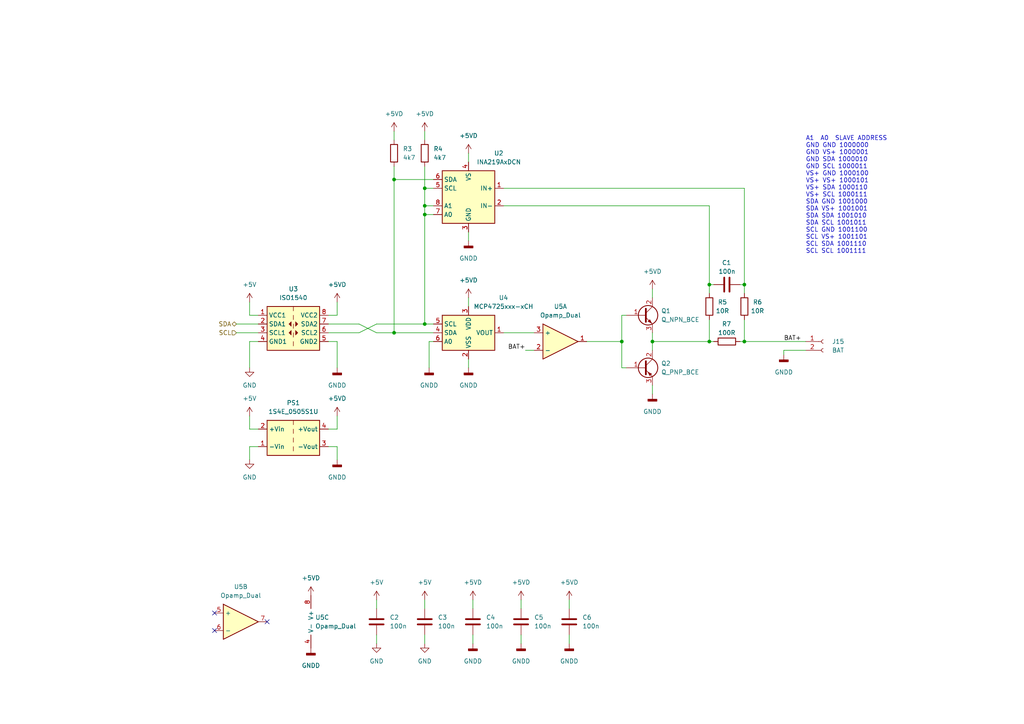
<source format=kicad_sch>
(kicad_sch (version 20211123) (generator eeschema)

  (uuid 70abf340-8b3e-403e-a5e2-d8f35caa2f87)

  (paper "A4")

  (lib_symbols
    (symbol "Analog_ADC:INA219AxDCN" (in_bom yes) (on_board yes)
      (property "Reference" "U" (id 0) (at -6.35 8.89 0)
        (effects (font (size 1.27 1.27)))
      )
      (property "Value" "INA219AxDCN" (id 1) (at 6.35 8.89 0)
        (effects (font (size 1.27 1.27)))
      )
      (property "Footprint" "Package_TO_SOT_SMD:SOT-23-8" (id 2) (at 16.51 -8.89 0)
        (effects (font (size 1.27 1.27)) hide)
      )
      (property "Datasheet" "http://www.ti.com/lit/ds/symlink/ina219.pdf" (id 3) (at 8.89 -2.54 0)
        (effects (font (size 1.27 1.27)) hide)
      )
      (property "ki_keywords" "ADC I2C 16-Bit Oversampling Current Shunt" (id 4) (at 0 0 0)
        (effects (font (size 1.27 1.27)) hide)
      )
      (property "ki_description" "Zero-Drift, Bidirectional Current/Power Monitor (0-26V) With I2C Interface, SOT-23-8" (id 5) (at 0 0 0)
        (effects (font (size 1.27 1.27)) hide)
      )
      (property "ki_fp_filters" "SOT?23*" (id 6) (at 0 0 0)
        (effects (font (size 1.27 1.27)) hide)
      )
      (symbol "INA219AxDCN_0_1"
        (rectangle (start -7.62 7.62) (end 7.62 -7.62)
          (stroke (width 0.254) (type default) (color 0 0 0 0))
          (fill (type background))
        )
      )
      (symbol "INA219AxDCN_1_1"
        (pin input line (at -10.16 2.54 0) (length 2.54)
          (name "IN+" (effects (font (size 1.27 1.27))))
          (number "1" (effects (font (size 1.27 1.27))))
        )
        (pin input line (at -10.16 -2.54 0) (length 2.54)
          (name "IN-" (effects (font (size 1.27 1.27))))
          (number "2" (effects (font (size 1.27 1.27))))
        )
        (pin power_in line (at 0 -10.16 90) (length 2.54)
          (name "GND" (effects (font (size 1.27 1.27))))
          (number "3" (effects (font (size 1.27 1.27))))
        )
        (pin power_in line (at 0 10.16 270) (length 2.54)
          (name "VS" (effects (font (size 1.27 1.27))))
          (number "4" (effects (font (size 1.27 1.27))))
        )
        (pin input line (at 10.16 2.54 180) (length 2.54)
          (name "SCL" (effects (font (size 1.27 1.27))))
          (number "5" (effects (font (size 1.27 1.27))))
        )
        (pin bidirectional line (at 10.16 5.08 180) (length 2.54)
          (name "SDA" (effects (font (size 1.27 1.27))))
          (number "6" (effects (font (size 1.27 1.27))))
        )
        (pin input line (at 10.16 -5.08 180) (length 2.54)
          (name "A0" (effects (font (size 1.27 1.27))))
          (number "7" (effects (font (size 1.27 1.27))))
        )
        (pin input line (at 10.16 -2.54 180) (length 2.54)
          (name "A1" (effects (font (size 1.27 1.27))))
          (number "8" (effects (font (size 1.27 1.27))))
        )
      )
    )
    (symbol "Analog_DAC:MCP4725xxx-xCH" (in_bom yes) (on_board yes)
      (property "Reference" "U" (id 0) (at -6.35 6.35 0)
        (effects (font (size 1.27 1.27)))
      )
      (property "Value" "MCP4725xxx-xCH" (id 1) (at 8.89 6.35 0)
        (effects (font (size 1.27 1.27)))
      )
      (property "Footprint" "Package_TO_SOT_SMD:SOT-23-6" (id 2) (at 0 -6.35 0)
        (effects (font (size 1.27 1.27)) hide)
      )
      (property "Datasheet" "http://ww1.microchip.com/downloads/en/DeviceDoc/22039d.pdf" (id 3) (at 0 0 0)
        (effects (font (size 1.27 1.27)) hide)
      )
      (property "ki_keywords" "dac twi" (id 4) (at 0 0 0)
        (effects (font (size 1.27 1.27)) hide)
      )
      (property "ki_description" "12-bit Digital-to-Analog Converter, integrated EEPROM, I2C interface, SOT-23-6" (id 5) (at 0 0 0)
        (effects (font (size 1.27 1.27)) hide)
      )
      (property "ki_fp_filters" "SOT?23*" (id 6) (at 0 0 0)
        (effects (font (size 1.27 1.27)) hide)
      )
      (symbol "MCP4725xxx-xCH_0_1"
        (rectangle (start -7.62 5.08) (end 7.62 -5.08)
          (stroke (width 0.254) (type default) (color 0 0 0 0))
          (fill (type background))
        )
      )
      (symbol "MCP4725xxx-xCH_1_1"
        (pin output line (at 10.16 0 180) (length 2.54)
          (name "VOUT" (effects (font (size 1.27 1.27))))
          (number "1" (effects (font (size 1.27 1.27))))
        )
        (pin power_in line (at 0 -7.62 90) (length 2.54)
          (name "VSS" (effects (font (size 1.27 1.27))))
          (number "2" (effects (font (size 1.27 1.27))))
        )
        (pin power_in line (at 0 7.62 270) (length 2.54)
          (name "VDD" (effects (font (size 1.27 1.27))))
          (number "3" (effects (font (size 1.27 1.27))))
        )
        (pin bidirectional line (at -10.16 0 0) (length 2.54)
          (name "SDA" (effects (font (size 1.27 1.27))))
          (number "4" (effects (font (size 1.27 1.27))))
        )
        (pin input line (at -10.16 2.54 0) (length 2.54)
          (name "SCL" (effects (font (size 1.27 1.27))))
          (number "5" (effects (font (size 1.27 1.27))))
        )
        (pin input line (at -10.16 -2.54 0) (length 2.54)
          (name "A0" (effects (font (size 1.27 1.27))))
          (number "6" (effects (font (size 1.27 1.27))))
        )
      )
    )
    (symbol "Connector:Conn_01x02_Female" (pin_names (offset 1.016) hide) (in_bom yes) (on_board yes)
      (property "Reference" "J" (id 0) (at 0 2.54 0)
        (effects (font (size 1.27 1.27)))
      )
      (property "Value" "Conn_01x02_Female" (id 1) (at 0 -5.08 0)
        (effects (font (size 1.27 1.27)))
      )
      (property "Footprint" "" (id 2) (at 0 0 0)
        (effects (font (size 1.27 1.27)) hide)
      )
      (property "Datasheet" "~" (id 3) (at 0 0 0)
        (effects (font (size 1.27 1.27)) hide)
      )
      (property "ki_keywords" "connector" (id 4) (at 0 0 0)
        (effects (font (size 1.27 1.27)) hide)
      )
      (property "ki_description" "Generic connector, single row, 01x02, script generated (kicad-library-utils/schlib/autogen/connector/)" (id 5) (at 0 0 0)
        (effects (font (size 1.27 1.27)) hide)
      )
      (property "ki_fp_filters" "Connector*:*_1x??_*" (id 6) (at 0 0 0)
        (effects (font (size 1.27 1.27)) hide)
      )
      (symbol "Conn_01x02_Female_1_1"
        (arc (start 0 -2.032) (mid -0.508 -2.54) (end 0 -3.048)
          (stroke (width 0.1524) (type default) (color 0 0 0 0))
          (fill (type none))
        )
        (polyline
          (pts
            (xy -1.27 -2.54)
            (xy -0.508 -2.54)
          )
          (stroke (width 0.1524) (type default) (color 0 0 0 0))
          (fill (type none))
        )
        (polyline
          (pts
            (xy -1.27 0)
            (xy -0.508 0)
          )
          (stroke (width 0.1524) (type default) (color 0 0 0 0))
          (fill (type none))
        )
        (arc (start 0 0.508) (mid -0.508 0) (end 0 -0.508)
          (stroke (width 0.1524) (type default) (color 0 0 0 0))
          (fill (type none))
        )
        (pin passive line (at -5.08 0 0) (length 3.81)
          (name "Pin_1" (effects (font (size 1.27 1.27))))
          (number "1" (effects (font (size 1.27 1.27))))
        )
        (pin passive line (at -5.08 -2.54 0) (length 3.81)
          (name "Pin_2" (effects (font (size 1.27 1.27))))
          (number "2" (effects (font (size 1.27 1.27))))
        )
      )
    )
    (symbol "Converter_DCDC:MEE1S0505SC" (in_bom yes) (on_board yes)
      (property "Reference" "PS" (id 0) (at -7.62 6.35 0)
        (effects (font (size 1.27 1.27)) (justify left))
      )
      (property "Value" "MEE1S0505SC" (id 1) (at 1.27 6.35 0)
        (effects (font (size 1.27 1.27)) (justify left))
      )
      (property "Footprint" "Converter_DCDC:Converter_DCDC_Murata_MEE1SxxxxSC_THT" (id 2) (at -26.67 -6.35 0)
        (effects (font (size 1.27 1.27)) (justify left) hide)
      )
      (property "Datasheet" "https://power.murata.com/pub/data/power/ncl/kdc_mee1.pdf" (id 3) (at 26.67 -7.62 0)
        (effects (font (size 1.27 1.27)) (justify left) hide)
      )
      (property "ki_keywords" "murata DC/DC isolated converter" (id 4) (at 0 0 0)
        (effects (font (size 1.27 1.27)) hide)
      )
      (property "ki_description" "1W, 1000 VDC isolated DC/DC converter, 5V input, 5V output, SIP" (id 5) (at 0 0 0)
        (effects (font (size 1.27 1.27)) hide)
      )
      (property "ki_fp_filters" "Converter*DCDC*Murata*MEE1SxxxxSC*THT*" (id 6) (at 0 0 0)
        (effects (font (size 1.27 1.27)) hide)
      )
      (symbol "MEE1S0505SC_0_0"
        (pin power_in line (at -10.16 -2.54 0) (length 2.54)
          (name "-Vin" (effects (font (size 1.27 1.27))))
          (number "1" (effects (font (size 1.27 1.27))))
        )
        (pin power_in line (at -10.16 2.54 0) (length 2.54)
          (name "+Vin" (effects (font (size 1.27 1.27))))
          (number "2" (effects (font (size 1.27 1.27))))
        )
        (pin power_out line (at 10.16 -2.54 180) (length 2.54)
          (name "-Vout" (effects (font (size 1.27 1.27))))
          (number "3" (effects (font (size 1.27 1.27))))
        )
        (pin power_out line (at 10.16 2.54 180) (length 2.54)
          (name "+Vout" (effects (font (size 1.27 1.27))))
          (number "4" (effects (font (size 1.27 1.27))))
        )
      )
      (symbol "MEE1S0505SC_0_1"
        (rectangle (start -7.62 5.08) (end 7.62 -5.08)
          (stroke (width 0.254) (type default) (color 0 0 0 0))
          (fill (type background))
        )
        (polyline
          (pts
            (xy 0 -2.54)
            (xy 0 -3.81)
          )
          (stroke (width 0) (type default) (color 0 0 0 0))
          (fill (type none))
        )
        (polyline
          (pts
            (xy 0 0)
            (xy 0 -1.27)
          )
          (stroke (width 0) (type default) (color 0 0 0 0))
          (fill (type none))
        )
        (polyline
          (pts
            (xy 0 2.54)
            (xy 0 1.27)
          )
          (stroke (width 0) (type default) (color 0 0 0 0))
          (fill (type none))
        )
        (polyline
          (pts
            (xy 0 5.08)
            (xy 0 3.81)
          )
          (stroke (width 0) (type default) (color 0 0 0 0))
          (fill (type none))
        )
      )
    )
    (symbol "Device:C" (pin_numbers hide) (pin_names (offset 0.254)) (in_bom yes) (on_board yes)
      (property "Reference" "C" (id 0) (at 0.635 2.54 0)
        (effects (font (size 1.27 1.27)) (justify left))
      )
      (property "Value" "C" (id 1) (at 0.635 -2.54 0)
        (effects (font (size 1.27 1.27)) (justify left))
      )
      (property "Footprint" "" (id 2) (at 0.9652 -3.81 0)
        (effects (font (size 1.27 1.27)) hide)
      )
      (property "Datasheet" "~" (id 3) (at 0 0 0)
        (effects (font (size 1.27 1.27)) hide)
      )
      (property "ki_keywords" "cap capacitor" (id 4) (at 0 0 0)
        (effects (font (size 1.27 1.27)) hide)
      )
      (property "ki_description" "Unpolarized capacitor" (id 5) (at 0 0 0)
        (effects (font (size 1.27 1.27)) hide)
      )
      (property "ki_fp_filters" "C_*" (id 6) (at 0 0 0)
        (effects (font (size 1.27 1.27)) hide)
      )
      (symbol "C_0_1"
        (polyline
          (pts
            (xy -2.032 -0.762)
            (xy 2.032 -0.762)
          )
          (stroke (width 0.508) (type default) (color 0 0 0 0))
          (fill (type none))
        )
        (polyline
          (pts
            (xy -2.032 0.762)
            (xy 2.032 0.762)
          )
          (stroke (width 0.508) (type default) (color 0 0 0 0))
          (fill (type none))
        )
      )
      (symbol "C_1_1"
        (pin passive line (at 0 3.81 270) (length 2.794)
          (name "~" (effects (font (size 1.27 1.27))))
          (number "1" (effects (font (size 1.27 1.27))))
        )
        (pin passive line (at 0 -3.81 90) (length 2.794)
          (name "~" (effects (font (size 1.27 1.27))))
          (number "2" (effects (font (size 1.27 1.27))))
        )
      )
    )
    (symbol "Device:Opamp_Dual" (in_bom yes) (on_board yes)
      (property "Reference" "U" (id 0) (at 0 5.08 0)
        (effects (font (size 1.27 1.27)) (justify left))
      )
      (property "Value" "Opamp_Dual" (id 1) (at 0 -5.08 0)
        (effects (font (size 1.27 1.27)) (justify left))
      )
      (property "Footprint" "" (id 2) (at 0 0 0)
        (effects (font (size 1.27 1.27)) hide)
      )
      (property "Datasheet" "~" (id 3) (at 0 0 0)
        (effects (font (size 1.27 1.27)) hide)
      )
      (property "ki_locked" "" (id 4) (at 0 0 0)
        (effects (font (size 1.27 1.27)))
      )
      (property "ki_keywords" "dual opamp" (id 5) (at 0 0 0)
        (effects (font (size 1.27 1.27)) hide)
      )
      (property "ki_description" "Dual operational amplifier" (id 6) (at 0 0 0)
        (effects (font (size 1.27 1.27)) hide)
      )
      (property "ki_fp_filters" "SOIC*3.9x4.9mm*P1.27mm* DIP*W7.62mm* MSOP*3x3mm*P0.65mm* SSOP*2.95x2.8mm*P0.65mm* TSSOP*3x3mm*P0.65mm* VSSOP*P0.5mm* TO?99*" (id 7) (at 0 0 0)
        (effects (font (size 1.27 1.27)) hide)
      )
      (symbol "Opamp_Dual_1_1"
        (polyline
          (pts
            (xy -5.08 5.08)
            (xy 5.08 0)
            (xy -5.08 -5.08)
            (xy -5.08 5.08)
          )
          (stroke (width 0.254) (type default) (color 0 0 0 0))
          (fill (type background))
        )
        (pin output line (at 7.62 0 180) (length 2.54)
          (name "~" (effects (font (size 1.27 1.27))))
          (number "1" (effects (font (size 1.27 1.27))))
        )
        (pin input line (at -7.62 -2.54 0) (length 2.54)
          (name "-" (effects (font (size 1.27 1.27))))
          (number "2" (effects (font (size 1.27 1.27))))
        )
        (pin input line (at -7.62 2.54 0) (length 2.54)
          (name "+" (effects (font (size 1.27 1.27))))
          (number "3" (effects (font (size 1.27 1.27))))
        )
      )
      (symbol "Opamp_Dual_2_1"
        (polyline
          (pts
            (xy -5.08 5.08)
            (xy 5.08 0)
            (xy -5.08 -5.08)
            (xy -5.08 5.08)
          )
          (stroke (width 0.254) (type default) (color 0 0 0 0))
          (fill (type background))
        )
        (pin input line (at -7.62 2.54 0) (length 2.54)
          (name "+" (effects (font (size 1.27 1.27))))
          (number "5" (effects (font (size 1.27 1.27))))
        )
        (pin input line (at -7.62 -2.54 0) (length 2.54)
          (name "-" (effects (font (size 1.27 1.27))))
          (number "6" (effects (font (size 1.27 1.27))))
        )
        (pin output line (at 7.62 0 180) (length 2.54)
          (name "~" (effects (font (size 1.27 1.27))))
          (number "7" (effects (font (size 1.27 1.27))))
        )
      )
      (symbol "Opamp_Dual_3_1"
        (pin power_in line (at -2.54 -7.62 90) (length 3.81)
          (name "V-" (effects (font (size 1.27 1.27))))
          (number "4" (effects (font (size 1.27 1.27))))
        )
        (pin power_in line (at -2.54 7.62 270) (length 3.81)
          (name "V+" (effects (font (size 1.27 1.27))))
          (number "8" (effects (font (size 1.27 1.27))))
        )
      )
    )
    (symbol "Device:Q_NPN_BCE" (pin_names (offset 0) hide) (in_bom yes) (on_board yes)
      (property "Reference" "Q" (id 0) (at 5.08 1.27 0)
        (effects (font (size 1.27 1.27)) (justify left))
      )
      (property "Value" "Q_NPN_BCE" (id 1) (at 5.08 -1.27 0)
        (effects (font (size 1.27 1.27)) (justify left))
      )
      (property "Footprint" "" (id 2) (at 5.08 2.54 0)
        (effects (font (size 1.27 1.27)) hide)
      )
      (property "Datasheet" "~" (id 3) (at 0 0 0)
        (effects (font (size 1.27 1.27)) hide)
      )
      (property "ki_keywords" "transistor NPN" (id 4) (at 0 0 0)
        (effects (font (size 1.27 1.27)) hide)
      )
      (property "ki_description" "NPN transistor, base/collector/emitter" (id 5) (at 0 0 0)
        (effects (font (size 1.27 1.27)) hide)
      )
      (symbol "Q_NPN_BCE_0_1"
        (polyline
          (pts
            (xy 0.635 0.635)
            (xy 2.54 2.54)
          )
          (stroke (width 0) (type default) (color 0 0 0 0))
          (fill (type none))
        )
        (polyline
          (pts
            (xy 0.635 -0.635)
            (xy 2.54 -2.54)
            (xy 2.54 -2.54)
          )
          (stroke (width 0) (type default) (color 0 0 0 0))
          (fill (type none))
        )
        (polyline
          (pts
            (xy 0.635 1.905)
            (xy 0.635 -1.905)
            (xy 0.635 -1.905)
          )
          (stroke (width 0.508) (type default) (color 0 0 0 0))
          (fill (type none))
        )
        (polyline
          (pts
            (xy 1.27 -1.778)
            (xy 1.778 -1.27)
            (xy 2.286 -2.286)
            (xy 1.27 -1.778)
            (xy 1.27 -1.778)
          )
          (stroke (width 0) (type default) (color 0 0 0 0))
          (fill (type outline))
        )
        (circle (center 1.27 0) (radius 2.8194)
          (stroke (width 0.254) (type default) (color 0 0 0 0))
          (fill (type none))
        )
      )
      (symbol "Q_NPN_BCE_1_1"
        (pin input line (at -5.08 0 0) (length 5.715)
          (name "B" (effects (font (size 1.27 1.27))))
          (number "1" (effects (font (size 1.27 1.27))))
        )
        (pin passive line (at 2.54 5.08 270) (length 2.54)
          (name "C" (effects (font (size 1.27 1.27))))
          (number "2" (effects (font (size 1.27 1.27))))
        )
        (pin passive line (at 2.54 -5.08 90) (length 2.54)
          (name "E" (effects (font (size 1.27 1.27))))
          (number "3" (effects (font (size 1.27 1.27))))
        )
      )
    )
    (symbol "Device:Q_PNP_BCE" (pin_names (offset 0) hide) (in_bom yes) (on_board yes)
      (property "Reference" "Q" (id 0) (at 5.08 1.27 0)
        (effects (font (size 1.27 1.27)) (justify left))
      )
      (property "Value" "Q_PNP_BCE" (id 1) (at 5.08 -1.27 0)
        (effects (font (size 1.27 1.27)) (justify left))
      )
      (property "Footprint" "" (id 2) (at 5.08 2.54 0)
        (effects (font (size 1.27 1.27)) hide)
      )
      (property "Datasheet" "~" (id 3) (at 0 0 0)
        (effects (font (size 1.27 1.27)) hide)
      )
      (property "ki_keywords" "transistor PNP" (id 4) (at 0 0 0)
        (effects (font (size 1.27 1.27)) hide)
      )
      (property "ki_description" "PNP transistor, base/collector/emitter" (id 5) (at 0 0 0)
        (effects (font (size 1.27 1.27)) hide)
      )
      (symbol "Q_PNP_BCE_0_1"
        (polyline
          (pts
            (xy 0.635 0.635)
            (xy 2.54 2.54)
          )
          (stroke (width 0) (type default) (color 0 0 0 0))
          (fill (type none))
        )
        (polyline
          (pts
            (xy 0.635 -0.635)
            (xy 2.54 -2.54)
            (xy 2.54 -2.54)
          )
          (stroke (width 0) (type default) (color 0 0 0 0))
          (fill (type none))
        )
        (polyline
          (pts
            (xy 0.635 1.905)
            (xy 0.635 -1.905)
            (xy 0.635 -1.905)
          )
          (stroke (width 0.508) (type default) (color 0 0 0 0))
          (fill (type none))
        )
        (polyline
          (pts
            (xy 2.286 -1.778)
            (xy 1.778 -2.286)
            (xy 1.27 -1.27)
            (xy 2.286 -1.778)
            (xy 2.286 -1.778)
          )
          (stroke (width 0) (type default) (color 0 0 0 0))
          (fill (type outline))
        )
        (circle (center 1.27 0) (radius 2.8194)
          (stroke (width 0.254) (type default) (color 0 0 0 0))
          (fill (type none))
        )
      )
      (symbol "Q_PNP_BCE_1_1"
        (pin input line (at -5.08 0 0) (length 5.715)
          (name "B" (effects (font (size 1.27 1.27))))
          (number "1" (effects (font (size 1.27 1.27))))
        )
        (pin passive line (at 2.54 5.08 270) (length 2.54)
          (name "C" (effects (font (size 1.27 1.27))))
          (number "2" (effects (font (size 1.27 1.27))))
        )
        (pin passive line (at 2.54 -5.08 90) (length 2.54)
          (name "E" (effects (font (size 1.27 1.27))))
          (number "3" (effects (font (size 1.27 1.27))))
        )
      )
    )
    (symbol "Device:R" (pin_numbers hide) (pin_names (offset 0)) (in_bom yes) (on_board yes)
      (property "Reference" "R" (id 0) (at 2.032 0 90)
        (effects (font (size 1.27 1.27)))
      )
      (property "Value" "R" (id 1) (at 0 0 90)
        (effects (font (size 1.27 1.27)))
      )
      (property "Footprint" "" (id 2) (at -1.778 0 90)
        (effects (font (size 1.27 1.27)) hide)
      )
      (property "Datasheet" "~" (id 3) (at 0 0 0)
        (effects (font (size 1.27 1.27)) hide)
      )
      (property "ki_keywords" "R res resistor" (id 4) (at 0 0 0)
        (effects (font (size 1.27 1.27)) hide)
      )
      (property "ki_description" "Resistor" (id 5) (at 0 0 0)
        (effects (font (size 1.27 1.27)) hide)
      )
      (property "ki_fp_filters" "R_*" (id 6) (at 0 0 0)
        (effects (font (size 1.27 1.27)) hide)
      )
      (symbol "R_0_1"
        (rectangle (start -1.016 -2.54) (end 1.016 2.54)
          (stroke (width 0.254) (type default) (color 0 0 0 0))
          (fill (type none))
        )
      )
      (symbol "R_1_1"
        (pin passive line (at 0 3.81 270) (length 1.27)
          (name "~" (effects (font (size 1.27 1.27))))
          (number "1" (effects (font (size 1.27 1.27))))
        )
        (pin passive line (at 0 -3.81 90) (length 1.27)
          (name "~" (effects (font (size 1.27 1.27))))
          (number "2" (effects (font (size 1.27 1.27))))
        )
      )
    )
    (symbol "Isolator:ISO1540" (in_bom yes) (on_board yes)
      (property "Reference" "U" (id 0) (at -6.35 6.35 0)
        (effects (font (size 1.27 1.27)))
      )
      (property "Value" "ISO1540" (id 1) (at 3.81 6.35 0)
        (effects (font (size 1.27 1.27)))
      )
      (property "Footprint" "Package_SO:SOIC-8_3.9x4.9mm_P1.27mm" (id 2) (at 0 -8.89 0)
        (effects (font (size 1.27 1.27)) hide)
      )
      (property "Datasheet" "http://www.ti.com/lit/ds/symlink/iso1541.pdf" (id 3) (at 0 1.27 0)
        (effects (font (size 1.27 1.27)) hide)
      )
      (property "ki_keywords" "digital isolator i2c" (id 4) (at 0 0 0)
        (effects (font (size 1.27 1.27)) hide)
      )
      (property "ki_description" "I2C Isolator, 2.5 kVrms, Bidirectional clock and data, SOIC-8" (id 5) (at 0 0 0)
        (effects (font (size 1.27 1.27)) hide)
      )
      (property "ki_fp_filters" "SOIC*3.9x4.9mm*P1.27mm*" (id 6) (at 0 0 0)
        (effects (font (size 1.27 1.27)) hide)
      )
      (symbol "ISO1540_0_1"
        (rectangle (start -7.62 5.08) (end 7.62 -7.62)
          (stroke (width 0.254) (type default) (color 0 0 0 0))
          (fill (type background))
        )
        (rectangle (start 0 -5.08) (end 0 -6.35)
          (stroke (width 0) (type default) (color 0 0 0 0))
          (fill (type none))
        )
        (polyline
          (pts
            (xy 0 -2.54)
            (xy 0 -3.81)
          )
          (stroke (width 0) (type default) (color 0 0 0 0))
          (fill (type none))
        )
        (polyline
          (pts
            (xy 0 0)
            (xy 0 -1.27)
          )
          (stroke (width 0) (type default) (color 0 0 0 0))
          (fill (type none))
        )
        (polyline
          (pts
            (xy 0 2.54)
            (xy 0 1.27)
          )
          (stroke (width 0) (type default) (color 0 0 0 0))
          (fill (type none))
        )
        (polyline
          (pts
            (xy 0 5.08)
            (xy 0 3.81)
          )
          (stroke (width 0) (type default) (color 0 0 0 0))
          (fill (type none))
        )
        (polyline
          (pts
            (xy -0.635 0.635)
            (xy -1.27 0)
            (xy -0.635 -0.635)
            (xy -0.635 0.635)
          )
          (stroke (width 0) (type default) (color 0 0 0 0))
          (fill (type outline))
        )
        (polyline
          (pts
            (xy 0.635 -1.905)
            (xy 1.27 -2.54)
            (xy 0.635 -3.175)
            (xy 0.635 -1.905)
          )
          (stroke (width 0) (type default) (color 0 0 0 0))
          (fill (type outline))
        )
        (polyline
          (pts
            (xy 0.635 0.635)
            (xy 1.27 0)
            (xy 0.635 -0.635)
            (xy 0.635 0.635)
          )
          (stroke (width 0) (type default) (color 0 0 0 0))
          (fill (type outline))
        )
      )
      (symbol "ISO1540_1_1"
        (polyline
          (pts
            (xy -0.635 -1.905)
            (xy -1.27 -2.54)
            (xy -0.635 -3.175)
            (xy -0.635 -1.905)
          )
          (stroke (width 0) (type default) (color 0 0 0 0))
          (fill (type outline))
        )
        (pin power_in line (at -10.16 2.54 0) (length 2.54)
          (name "VCC1" (effects (font (size 1.27 1.27))))
          (number "1" (effects (font (size 1.27 1.27))))
        )
        (pin bidirectional line (at -10.16 0 0) (length 2.54)
          (name "SDA1" (effects (font (size 1.27 1.27))))
          (number "2" (effects (font (size 1.27 1.27))))
        )
        (pin bidirectional line (at -10.16 -2.54 0) (length 2.54)
          (name "SCL1" (effects (font (size 1.27 1.27))))
          (number "3" (effects (font (size 1.27 1.27))))
        )
        (pin power_in line (at -10.16 -5.08 0) (length 2.54)
          (name "GND1" (effects (font (size 1.27 1.27))))
          (number "4" (effects (font (size 1.27 1.27))))
        )
        (pin power_in line (at 10.16 -5.08 180) (length 2.54)
          (name "GND2" (effects (font (size 1.27 1.27))))
          (number "5" (effects (font (size 1.27 1.27))))
        )
        (pin bidirectional line (at 10.16 -2.54 180) (length 2.54)
          (name "SCL2" (effects (font (size 1.27 1.27))))
          (number "6" (effects (font (size 1.27 1.27))))
        )
        (pin bidirectional line (at 10.16 0 180) (length 2.54)
          (name "SDA2" (effects (font (size 1.27 1.27))))
          (number "7" (effects (font (size 1.27 1.27))))
        )
        (pin power_in line (at 10.16 2.54 180) (length 2.54)
          (name "VCC2" (effects (font (size 1.27 1.27))))
          (number "8" (effects (font (size 1.27 1.27))))
        )
      )
    )
    (symbol "power:+5V" (power) (pin_names (offset 0)) (in_bom yes) (on_board yes)
      (property "Reference" "#PWR" (id 0) (at 0 -3.81 0)
        (effects (font (size 1.27 1.27)) hide)
      )
      (property "Value" "+5V" (id 1) (at 0 3.556 0)
        (effects (font (size 1.27 1.27)))
      )
      (property "Footprint" "" (id 2) (at 0 0 0)
        (effects (font (size 1.27 1.27)) hide)
      )
      (property "Datasheet" "" (id 3) (at 0 0 0)
        (effects (font (size 1.27 1.27)) hide)
      )
      (property "ki_keywords" "power-flag" (id 4) (at 0 0 0)
        (effects (font (size 1.27 1.27)) hide)
      )
      (property "ki_description" "Power symbol creates a global label with name \"+5V\"" (id 5) (at 0 0 0)
        (effects (font (size 1.27 1.27)) hide)
      )
      (symbol "+5V_0_1"
        (polyline
          (pts
            (xy -0.762 1.27)
            (xy 0 2.54)
          )
          (stroke (width 0) (type default) (color 0 0 0 0))
          (fill (type none))
        )
        (polyline
          (pts
            (xy 0 0)
            (xy 0 2.54)
          )
          (stroke (width 0) (type default) (color 0 0 0 0))
          (fill (type none))
        )
        (polyline
          (pts
            (xy 0 2.54)
            (xy 0.762 1.27)
          )
          (stroke (width 0) (type default) (color 0 0 0 0))
          (fill (type none))
        )
      )
      (symbol "+5V_1_1"
        (pin power_in line (at 0 0 90) (length 0) hide
          (name "+5V" (effects (font (size 1.27 1.27))))
          (number "1" (effects (font (size 1.27 1.27))))
        )
      )
    )
    (symbol "power:+5VD" (power) (pin_names (offset 0)) (in_bom yes) (on_board yes)
      (property "Reference" "#PWR" (id 0) (at 0 -3.81 0)
        (effects (font (size 1.27 1.27)) hide)
      )
      (property "Value" "+5VD" (id 1) (at 0 3.556 0)
        (effects (font (size 1.27 1.27)))
      )
      (property "Footprint" "" (id 2) (at 0 0 0)
        (effects (font (size 1.27 1.27)) hide)
      )
      (property "Datasheet" "" (id 3) (at 0 0 0)
        (effects (font (size 1.27 1.27)) hide)
      )
      (property "ki_keywords" "power-flag" (id 4) (at 0 0 0)
        (effects (font (size 1.27 1.27)) hide)
      )
      (property "ki_description" "Power symbol creates a global label with name \"+5VD\"" (id 5) (at 0 0 0)
        (effects (font (size 1.27 1.27)) hide)
      )
      (symbol "+5VD_0_1"
        (polyline
          (pts
            (xy -0.762 1.27)
            (xy 0 2.54)
          )
          (stroke (width 0) (type default) (color 0 0 0 0))
          (fill (type none))
        )
        (polyline
          (pts
            (xy 0 0)
            (xy 0 2.54)
          )
          (stroke (width 0) (type default) (color 0 0 0 0))
          (fill (type none))
        )
        (polyline
          (pts
            (xy 0 2.54)
            (xy 0.762 1.27)
          )
          (stroke (width 0) (type default) (color 0 0 0 0))
          (fill (type none))
        )
      )
      (symbol "+5VD_1_1"
        (pin power_in line (at 0 0 90) (length 0) hide
          (name "+5VD" (effects (font (size 1.27 1.27))))
          (number "1" (effects (font (size 1.27 1.27))))
        )
      )
    )
    (symbol "power:GND" (power) (pin_names (offset 0)) (in_bom yes) (on_board yes)
      (property "Reference" "#PWR" (id 0) (at 0 -6.35 0)
        (effects (font (size 1.27 1.27)) hide)
      )
      (property "Value" "GND" (id 1) (at 0 -3.81 0)
        (effects (font (size 1.27 1.27)))
      )
      (property "Footprint" "" (id 2) (at 0 0 0)
        (effects (font (size 1.27 1.27)) hide)
      )
      (property "Datasheet" "" (id 3) (at 0 0 0)
        (effects (font (size 1.27 1.27)) hide)
      )
      (property "ki_keywords" "power-flag" (id 4) (at 0 0 0)
        (effects (font (size 1.27 1.27)) hide)
      )
      (property "ki_description" "Power symbol creates a global label with name \"GND\" , ground" (id 5) (at 0 0 0)
        (effects (font (size 1.27 1.27)) hide)
      )
      (symbol "GND_0_1"
        (polyline
          (pts
            (xy 0 0)
            (xy 0 -1.27)
            (xy 1.27 -1.27)
            (xy 0 -2.54)
            (xy -1.27 -1.27)
            (xy 0 -1.27)
          )
          (stroke (width 0) (type default) (color 0 0 0 0))
          (fill (type none))
        )
      )
      (symbol "GND_1_1"
        (pin power_in line (at 0 0 270) (length 0) hide
          (name "GND" (effects (font (size 1.27 1.27))))
          (number "1" (effects (font (size 1.27 1.27))))
        )
      )
    )
    (symbol "power:GNDD" (power) (pin_names (offset 0)) (in_bom yes) (on_board yes)
      (property "Reference" "#PWR" (id 0) (at 0 -6.35 0)
        (effects (font (size 1.27 1.27)) hide)
      )
      (property "Value" "GNDD" (id 1) (at 0 -3.175 0)
        (effects (font (size 1.27 1.27)))
      )
      (property "Footprint" "" (id 2) (at 0 0 0)
        (effects (font (size 1.27 1.27)) hide)
      )
      (property "Datasheet" "" (id 3) (at 0 0 0)
        (effects (font (size 1.27 1.27)) hide)
      )
      (property "ki_keywords" "power-flag" (id 4) (at 0 0 0)
        (effects (font (size 1.27 1.27)) hide)
      )
      (property "ki_description" "Power symbol creates a global label with name \"GNDD\" , digital ground" (id 5) (at 0 0 0)
        (effects (font (size 1.27 1.27)) hide)
      )
      (symbol "GNDD_0_1"
        (rectangle (start -1.27 -1.524) (end 1.27 -2.032)
          (stroke (width 0.254) (type default) (color 0 0 0 0))
          (fill (type outline))
        )
        (polyline
          (pts
            (xy 0 0)
            (xy 0 -1.524)
          )
          (stroke (width 0) (type default) (color 0 0 0 0))
          (fill (type none))
        )
      )
      (symbol "GNDD_1_1"
        (pin power_in line (at 0 0 270) (length 0) hide
          (name "GNDD" (effects (font (size 1.27 1.27))))
          (number "1" (effects (font (size 1.27 1.27))))
        )
      )
    )
  )

  (junction (at 205.74 99.06) (diameter 0) (color 0 0 0 0)
    (uuid 05c29075-cf5a-4568-b82b-4db7c07faf78)
  )
  (junction (at 114.3 96.52) (diameter 0) (color 0 0 0 0)
    (uuid 09ff6a6d-d905-4162-9072-4a852529b323)
  )
  (junction (at 123.19 54.61) (diameter 0) (color 0 0 0 0)
    (uuid 35583499-66af-45d0-8cf0-396b741c0f9c)
  )
  (junction (at 114.3 52.07) (diameter 0) (color 0 0 0 0)
    (uuid 386e0ec7-262b-401d-b583-7f450e440bfb)
  )
  (junction (at 123.19 62.23) (diameter 0) (color 0 0 0 0)
    (uuid 42228045-9364-4713-9db8-6583c9849a97)
  )
  (junction (at 180.34 99.06) (diameter 0) (color 0 0 0 0)
    (uuid 51698781-bca7-48ed-8f59-4e3276c6f624)
  )
  (junction (at 123.19 93.98) (diameter 0) (color 0 0 0 0)
    (uuid 73983e0e-f6af-4248-b2c5-c5c5c86fcec5)
  )
  (junction (at 189.23 99.06) (diameter 0) (color 0 0 0 0)
    (uuid 7ad7d450-5e56-42c9-8b59-c2e54e36d5b0)
  )
  (junction (at 123.19 59.69) (diameter 0) (color 0 0 0 0)
    (uuid 890771f6-7ab8-4dea-8496-cf878004498c)
  )
  (junction (at 205.74 82.55) (diameter 0) (color 0 0 0 0)
    (uuid b6149d46-73e7-4c59-9054-cab42c7bd37f)
  )
  (junction (at 215.9 82.55) (diameter 0) (color 0 0 0 0)
    (uuid c091cb20-75c9-4389-bf01-b970b3876fca)
  )
  (junction (at 215.9 99.06) (diameter 0) (color 0 0 0 0)
    (uuid e2c17d81-7cff-48bc-bf23-b19c81590743)
  )

  (no_connect (at 77.47 180.34) (uuid 179bfa4c-2f23-479f-9c50-f9bc007e3263))
  (no_connect (at 62.23 177.8) (uuid 179bfa4c-2f23-479f-9c50-f9bc007e3264))
  (no_connect (at 62.23 182.88) (uuid 179bfa4c-2f23-479f-9c50-f9bc007e3265))

  (wire (pts (xy 165.1 186.69) (xy 165.1 184.15))
    (stroke (width 0) (type default) (color 0 0 0 0))
    (uuid 01b201c6-5647-4316-8fc9-f969476f3bc4)
  )
  (wire (pts (xy 227.33 102.87) (xy 227.33 101.6))
    (stroke (width 0) (type default) (color 0 0 0 0))
    (uuid 0239a855-c25e-4f40-ace0-93742191ccac)
  )
  (wire (pts (xy 214.63 99.06) (xy 215.9 99.06))
    (stroke (width 0) (type default) (color 0 0 0 0))
    (uuid 02a28495-85b8-4152-98d9-102bbb0a6e3c)
  )
  (wire (pts (xy 72.39 129.54) (xy 74.93 129.54))
    (stroke (width 0) (type default) (color 0 0 0 0))
    (uuid 04bb9425-80cf-4b35-b7fa-ce83ffeeff9f)
  )
  (wire (pts (xy 109.22 184.15) (xy 109.22 186.69))
    (stroke (width 0) (type default) (color 0 0 0 0))
    (uuid 09ccb80b-dd9b-46f1-87c3-b5c2511986d7)
  )
  (wire (pts (xy 72.39 124.46) (xy 74.93 124.46))
    (stroke (width 0) (type default) (color 0 0 0 0))
    (uuid 0aa5dea5-5416-4b54-aca5-e7d605f87c26)
  )
  (wire (pts (xy 95.25 96.52) (xy 104.14 96.52))
    (stroke (width 0) (type default) (color 0 0 0 0))
    (uuid 0b8da63e-a984-45b8-9be2-b00ed7cba444)
  )
  (wire (pts (xy 123.19 48.26) (xy 123.19 54.61))
    (stroke (width 0) (type default) (color 0 0 0 0))
    (uuid 0eabcf0c-d59e-45fc-ab7c-73a4d048ee97)
  )
  (wire (pts (xy 215.9 82.55) (xy 214.63 82.55))
    (stroke (width 0) (type default) (color 0 0 0 0))
    (uuid 103bbc96-6255-415f-b5d2-e68a8e5ad7ab)
  )
  (wire (pts (xy 74.93 99.06) (xy 72.39 99.06))
    (stroke (width 0) (type default) (color 0 0 0 0))
    (uuid 124c0663-8a5b-4dec-b49d-6c609061edd8)
  )
  (wire (pts (xy 72.39 91.44) (xy 72.39 87.63))
    (stroke (width 0) (type default) (color 0 0 0 0))
    (uuid 12dab35c-7255-4eb0-ae05-ec0d83ce4b43)
  )
  (wire (pts (xy 95.25 129.54) (xy 97.79 129.54))
    (stroke (width 0) (type default) (color 0 0 0 0))
    (uuid 13e75f3e-3a24-42f4-8553-88ba6473dac6)
  )
  (wire (pts (xy 114.3 48.26) (xy 114.3 52.07))
    (stroke (width 0) (type default) (color 0 0 0 0))
    (uuid 1518fc8d-69e6-463a-8405-61996e450512)
  )
  (wire (pts (xy 151.13 173.99) (xy 151.13 176.53))
    (stroke (width 0) (type default) (color 0 0 0 0))
    (uuid 1acb7a3c-c80b-4851-8d8b-d87036c24a14)
  )
  (wire (pts (xy 135.89 44.45) (xy 135.89 46.99))
    (stroke (width 0) (type default) (color 0 0 0 0))
    (uuid 20fa964a-86ad-43cf-9bb3-69440e20de90)
  )
  (wire (pts (xy 95.25 124.46) (xy 97.79 124.46))
    (stroke (width 0) (type default) (color 0 0 0 0))
    (uuid 22abe6b2-48bc-4098-b545-f231aa921eab)
  )
  (wire (pts (xy 125.73 59.69) (xy 123.19 59.69))
    (stroke (width 0) (type default) (color 0 0 0 0))
    (uuid 23312bbd-8a27-4a98-a39a-b45b08b562d4)
  )
  (wire (pts (xy 97.79 91.44) (xy 95.25 91.44))
    (stroke (width 0) (type default) (color 0 0 0 0))
    (uuid 2a17a8e5-1169-4eee-bcae-11b9feb02e1d)
  )
  (wire (pts (xy 205.74 82.55) (xy 207.01 82.55))
    (stroke (width 0) (type default) (color 0 0 0 0))
    (uuid 36771ef3-2ec4-4a1d-8c0f-5328b30088e2)
  )
  (wire (pts (xy 114.3 96.52) (xy 125.73 96.52))
    (stroke (width 0) (type default) (color 0 0 0 0))
    (uuid 3a44ecce-96cd-4117-896b-d242323e3d36)
  )
  (wire (pts (xy 123.19 173.99) (xy 123.19 176.53))
    (stroke (width 0) (type default) (color 0 0 0 0))
    (uuid 3b65e374-6cd4-45e3-aab2-d8fbca2afaaf)
  )
  (wire (pts (xy 215.9 99.06) (xy 233.68 99.06))
    (stroke (width 0) (type default) (color 0 0 0 0))
    (uuid 3e715902-89ec-4a48-aedd-9dd627644113)
  )
  (wire (pts (xy 170.18 99.06) (xy 180.34 99.06))
    (stroke (width 0) (type default) (color 0 0 0 0))
    (uuid 415a95fa-7fed-4d3e-bf24-822e8a6cf588)
  )
  (wire (pts (xy 95.25 99.06) (xy 97.79 99.06))
    (stroke (width 0) (type default) (color 0 0 0 0))
    (uuid 41cc2418-b824-4c10-8c4c-b45b7cd9c448)
  )
  (wire (pts (xy 123.19 62.23) (xy 123.19 59.69))
    (stroke (width 0) (type default) (color 0 0 0 0))
    (uuid 41da250c-bc19-4e91-8c00-214edfae9d39)
  )
  (wire (pts (xy 114.3 38.1) (xy 114.3 40.64))
    (stroke (width 0) (type default) (color 0 0 0 0))
    (uuid 4420647a-acb9-432b-93a3-74a2df22bb16)
  )
  (wire (pts (xy 205.74 99.06) (xy 207.01 99.06))
    (stroke (width 0) (type default) (color 0 0 0 0))
    (uuid 45220f2b-5fff-485b-995c-4ef8f06f1024)
  )
  (wire (pts (xy 180.34 99.06) (xy 180.34 91.44))
    (stroke (width 0) (type default) (color 0 0 0 0))
    (uuid 47afc004-c846-4a5e-a200-2301147e7baa)
  )
  (wire (pts (xy 72.39 129.54) (xy 72.39 133.35))
    (stroke (width 0) (type default) (color 0 0 0 0))
    (uuid 47c0b2e4-f665-475a-a0a5-082decbf9a4f)
  )
  (wire (pts (xy 125.73 99.06) (xy 124.46 99.06))
    (stroke (width 0) (type default) (color 0 0 0 0))
    (uuid 488259ad-407b-40f9-b1ef-008c3337fdb1)
  )
  (wire (pts (xy 123.19 62.23) (xy 123.19 93.98))
    (stroke (width 0) (type default) (color 0 0 0 0))
    (uuid 4a4e03fc-f749-4206-aa97-ee0bd2edcaf2)
  )
  (wire (pts (xy 123.19 59.69) (xy 123.19 54.61))
    (stroke (width 0) (type default) (color 0 0 0 0))
    (uuid 53afec77-54bc-4f6d-a59c-88808d4f6ec8)
  )
  (wire (pts (xy 135.89 86.36) (xy 135.89 88.9))
    (stroke (width 0) (type default) (color 0 0 0 0))
    (uuid 55a4262b-18de-4d27-9e1f-b09baed37779)
  )
  (wire (pts (xy 123.19 184.15) (xy 123.19 186.69))
    (stroke (width 0) (type default) (color 0 0 0 0))
    (uuid 5723b045-630c-46a2-bc8d-10d9dd09238b)
  )
  (wire (pts (xy 215.9 92.71) (xy 215.9 99.06))
    (stroke (width 0) (type default) (color 0 0 0 0))
    (uuid 58c44561-8eb5-4f4e-ad30-f0c2793af718)
  )
  (wire (pts (xy 124.46 99.06) (xy 124.46 106.68))
    (stroke (width 0) (type default) (color 0 0 0 0))
    (uuid 5b3cf4de-e471-4a43-be55-4bc3951bc06a)
  )
  (wire (pts (xy 189.23 99.06) (xy 189.23 101.6))
    (stroke (width 0) (type default) (color 0 0 0 0))
    (uuid 60401ad6-7a73-4fd4-ae07-c37ba1985af1)
  )
  (wire (pts (xy 68.58 96.52) (xy 74.93 96.52))
    (stroke (width 0) (type default) (color 0 0 0 0))
    (uuid 60884155-b3c9-4a3e-9dc1-2d3338697b25)
  )
  (wire (pts (xy 137.16 173.99) (xy 137.16 176.53))
    (stroke (width 0) (type default) (color 0 0 0 0))
    (uuid 6275cc5b-47d1-468b-a52b-393f0f803488)
  )
  (wire (pts (xy 135.89 104.14) (xy 135.89 106.68))
    (stroke (width 0) (type default) (color 0 0 0 0))
    (uuid 651a6637-b8eb-400c-98e2-e30c05336858)
  )
  (wire (pts (xy 146.05 96.52) (xy 154.94 96.52))
    (stroke (width 0) (type default) (color 0 0 0 0))
    (uuid 66095980-aa14-47f0-b320-53ae5f281ac4)
  )
  (wire (pts (xy 109.22 96.52) (xy 114.3 96.52))
    (stroke (width 0) (type default) (color 0 0 0 0))
    (uuid 6b8479f3-a2ad-4d76-a23d-e459601d0fc1)
  )
  (wire (pts (xy 227.33 101.6) (xy 233.68 101.6))
    (stroke (width 0) (type default) (color 0 0 0 0))
    (uuid 71ce8f48-a768-4b2b-859c-972d889435bb)
  )
  (wire (pts (xy 189.23 83.82) (xy 189.23 86.36))
    (stroke (width 0) (type default) (color 0 0 0 0))
    (uuid 723aefa4-3d79-4cbb-b42b-4ce976b58281)
  )
  (wire (pts (xy 146.05 59.69) (xy 205.74 59.69))
    (stroke (width 0) (type default) (color 0 0 0 0))
    (uuid 73c15379-7add-4e3b-a377-a369ddcdb994)
  )
  (wire (pts (xy 72.39 99.06) (xy 72.39 106.68))
    (stroke (width 0) (type default) (color 0 0 0 0))
    (uuid 7841f48a-05e9-45e2-bfa7-0e33b11c2724)
  )
  (wire (pts (xy 189.23 111.76) (xy 189.23 114.3))
    (stroke (width 0) (type default) (color 0 0 0 0))
    (uuid 790531fb-c1e2-460f-bbf7-d0e466c11352)
  )
  (wire (pts (xy 205.74 59.69) (xy 205.74 82.55))
    (stroke (width 0) (type default) (color 0 0 0 0))
    (uuid 794ae087-3e60-4d71-8bce-fdce3304dccc)
  )
  (wire (pts (xy 123.19 38.1) (xy 123.19 40.64))
    (stroke (width 0) (type default) (color 0 0 0 0))
    (uuid 7c3e7e05-e8b5-4eec-a6c4-ae9ef02546a7)
  )
  (wire (pts (xy 135.89 67.31) (xy 135.89 69.85))
    (stroke (width 0) (type default) (color 0 0 0 0))
    (uuid 81aca2eb-4bd0-45ae-ae19-293f6ba42b46)
  )
  (wire (pts (xy 180.34 106.68) (xy 180.34 99.06))
    (stroke (width 0) (type default) (color 0 0 0 0))
    (uuid 81b323de-472a-4e2a-9df0-0ccc0c080178)
  )
  (wire (pts (xy 109.22 93.98) (xy 123.19 93.98))
    (stroke (width 0) (type default) (color 0 0 0 0))
    (uuid 829c6920-f048-48b0-a756-144ccea8ab6f)
  )
  (wire (pts (xy 152.4 101.6) (xy 154.94 101.6))
    (stroke (width 0) (type default) (color 0 0 0 0))
    (uuid 82fa008e-4bab-402b-bb13-67c4a0a7fad9)
  )
  (wire (pts (xy 97.79 124.46) (xy 97.79 120.65))
    (stroke (width 0) (type default) (color 0 0 0 0))
    (uuid 83b6424a-ff23-46d4-8d3c-620ce5eeb008)
  )
  (wire (pts (xy 72.39 120.65) (xy 72.39 124.46))
    (stroke (width 0) (type default) (color 0 0 0 0))
    (uuid 895e32a0-8a8d-4518-8d54-2fec433d084a)
  )
  (wire (pts (xy 123.19 93.98) (xy 125.73 93.98))
    (stroke (width 0) (type default) (color 0 0 0 0))
    (uuid 8e302349-36b2-48ea-b44e-ba7a073a3241)
  )
  (wire (pts (xy 95.25 93.98) (xy 104.14 93.98))
    (stroke (width 0) (type default) (color 0 0 0 0))
    (uuid 91653001-5845-4acc-b8fc-8405339cf4a3)
  )
  (wire (pts (xy 215.9 85.09) (xy 215.9 82.55))
    (stroke (width 0) (type default) (color 0 0 0 0))
    (uuid 94fc6b75-6dd2-4f1f-aacf-3a8e33b4aa61)
  )
  (wire (pts (xy 109.22 173.99) (xy 109.22 176.53))
    (stroke (width 0) (type default) (color 0 0 0 0))
    (uuid 95a98939-6913-4ac3-aca3-618037913a25)
  )
  (wire (pts (xy 125.73 54.61) (xy 123.19 54.61))
    (stroke (width 0) (type default) (color 0 0 0 0))
    (uuid 95bdc66c-96ed-41d2-b31a-f81e481af3dd)
  )
  (wire (pts (xy 74.93 91.44) (xy 72.39 91.44))
    (stroke (width 0) (type default) (color 0 0 0 0))
    (uuid 9f9bb6b0-e128-49f9-964b-73e678cb41b1)
  )
  (wire (pts (xy 189.23 96.52) (xy 189.23 99.06))
    (stroke (width 0) (type default) (color 0 0 0 0))
    (uuid a06b0fd9-d1d4-4432-91f7-a6bd245b8a57)
  )
  (wire (pts (xy 205.74 92.71) (xy 205.74 99.06))
    (stroke (width 0) (type default) (color 0 0 0 0))
    (uuid a8cfb25f-1f03-43b7-8390-134dcaceb505)
  )
  (wire (pts (xy 114.3 52.07) (xy 125.73 52.07))
    (stroke (width 0) (type default) (color 0 0 0 0))
    (uuid aca240a3-7fb8-492d-9356-d4c6f4b0f7f3)
  )
  (wire (pts (xy 180.34 91.44) (xy 181.61 91.44))
    (stroke (width 0) (type default) (color 0 0 0 0))
    (uuid b5f025eb-0311-491a-af50-2571236afbbd)
  )
  (wire (pts (xy 146.05 54.61) (xy 215.9 54.61))
    (stroke (width 0) (type default) (color 0 0 0 0))
    (uuid b96021e0-3329-4ceb-9c7e-fa10bf6f38b8)
  )
  (wire (pts (xy 215.9 54.61) (xy 215.9 82.55))
    (stroke (width 0) (type default) (color 0 0 0 0))
    (uuid bb6727a9-c6c1-4efa-b3ec-0de0900f1385)
  )
  (wire (pts (xy 151.13 186.69) (xy 151.13 184.15))
    (stroke (width 0) (type default) (color 0 0 0 0))
    (uuid bc22d7d9-fa94-40c4-b054-a41d9e773b40)
  )
  (wire (pts (xy 104.14 93.98) (xy 109.22 96.52))
    (stroke (width 0) (type default) (color 0 0 0 0))
    (uuid ce600c62-dea9-4f27-bb83-1a731d3cfab5)
  )
  (wire (pts (xy 68.58 93.98) (xy 74.93 93.98))
    (stroke (width 0) (type default) (color 0 0 0 0))
    (uuid d6456ab7-5090-4fae-9da0-6f5a89aa32d2)
  )
  (wire (pts (xy 189.23 99.06) (xy 205.74 99.06))
    (stroke (width 0) (type default) (color 0 0 0 0))
    (uuid d96b4971-4d2e-48bf-97f9-bb573e3eb6f1)
  )
  (wire (pts (xy 97.79 87.63) (xy 97.79 91.44))
    (stroke (width 0) (type default) (color 0 0 0 0))
    (uuid df7d5851-ea39-4d02-a98c-9f02b0b05ff0)
  )
  (wire (pts (xy 114.3 52.07) (xy 114.3 96.52))
    (stroke (width 0) (type default) (color 0 0 0 0))
    (uuid e716d9a7-0ee3-4ad9-bbac-e88e474a29d8)
  )
  (wire (pts (xy 125.73 62.23) (xy 123.19 62.23))
    (stroke (width 0) (type default) (color 0 0 0 0))
    (uuid e7d855c8-5864-46fd-a353-ba478985904b)
  )
  (wire (pts (xy 97.79 129.54) (xy 97.79 133.35))
    (stroke (width 0) (type default) (color 0 0 0 0))
    (uuid e93bca4d-a0ea-4acf-9297-2f2774436cd6)
  )
  (wire (pts (xy 205.74 85.09) (xy 205.74 82.55))
    (stroke (width 0) (type default) (color 0 0 0 0))
    (uuid e967b6ec-ba04-4850-998c-b90f1643454e)
  )
  (wire (pts (xy 137.16 186.69) (xy 137.16 184.15))
    (stroke (width 0) (type default) (color 0 0 0 0))
    (uuid ea20e440-cf7d-407b-993b-eabb7cefc126)
  )
  (wire (pts (xy 181.61 106.68) (xy 180.34 106.68))
    (stroke (width 0) (type default) (color 0 0 0 0))
    (uuid ea5cd987-2151-49a5-b091-4632e8161141)
  )
  (wire (pts (xy 97.79 99.06) (xy 97.79 106.68))
    (stroke (width 0) (type default) (color 0 0 0 0))
    (uuid ed3337bd-6cff-42fc-8b87-3baac79420dd)
  )
  (wire (pts (xy 104.14 96.52) (xy 109.22 93.98))
    (stroke (width 0) (type default) (color 0 0 0 0))
    (uuid edd08920-e22f-419b-bc22-ef7a03868629)
  )
  (wire (pts (xy 165.1 173.99) (xy 165.1 176.53))
    (stroke (width 0) (type default) (color 0 0 0 0))
    (uuid f54cea6f-09be-4dca-a753-e573ba347360)
  )

  (text "A1  A0  SLAVE ADDRESS\nGND GND 1000000\nGND VS+ 1000001\nGND SDA 1000010\nGND SCL 1000011\nVS+ GND 1000100\nVS+ VS+ 1000101\nVS+ SDA 1000110\nVS+ SCL 1000111\nSDA GND 1001000\nSDA VS+ 1001001\nSDA SDA 1001010\nSDA SCL 1001011\nSCL GND 1001100\nSCL VS+ 1001101\nSCL SDA 1001110\nSCL SCL 1001111"
    (at 233.68 73.66 0)
    (effects (font (size 1.27 1.27)) (justify left bottom))
    (uuid 90d6b4cf-e583-4cbd-a6bf-b3f2f84e8bb8)
  )

  (label "BAT+" (at 227.33 99.06 0)
    (effects (font (size 1.27 1.27)) (justify left bottom))
    (uuid 242351fd-adae-4507-ad0e-079baee33ede)
  )
  (label "BAT+" (at 152.4 101.6 180)
    (effects (font (size 1.27 1.27)) (justify right bottom))
    (uuid 91451869-984f-431b-b055-ccd8c5870e72)
  )

  (hierarchical_label "SDA" (shape bidirectional) (at 68.58 93.98 180)
    (effects (font (size 1.27 1.27)) (justify right))
    (uuid ce7a6345-f754-449a-92bf-a0f1658c76fa)
  )
  (hierarchical_label "SCL" (shape input) (at 68.58 96.52 180)
    (effects (font (size 1.27 1.27)) (justify right))
    (uuid d35f4eee-e3b7-4494-b477-37eb3a29c0cc)
  )

  (symbol (lib_id "power:+5VD") (at 189.23 83.82 0) (unit 1)
    (in_bom yes) (on_board yes) (fields_autoplaced)
    (uuid 1213108f-f419-4f0b-b80a-a344060ab98c)
    (property "Reference" "#PWR038" (id 0) (at 189.23 87.63 0)
      (effects (font (size 1.27 1.27)) hide)
    )
    (property "Value" "+5VD" (id 1) (at 189.23 78.74 0))
    (property "Footprint" "" (id 2) (at 189.23 83.82 0)
      (effects (font (size 1.27 1.27)) hide)
    )
    (property "Datasheet" "" (id 3) (at 189.23 83.82 0)
      (effects (font (size 1.27 1.27)) hide)
    )
    (pin "1" (uuid b05aadb2-e300-4cba-ad96-60bfd6d67418))
  )

  (symbol (lib_id "power:GND") (at 123.19 186.69 0) (unit 1)
    (in_bom yes) (on_board yes) (fields_autoplaced)
    (uuid 1fd90929-1d96-49dc-bbdf-ba77b7ec638b)
    (property "Reference" "#PWR059" (id 0) (at 123.19 193.04 0)
      (effects (font (size 1.27 1.27)) hide)
    )
    (property "Value" "GND" (id 1) (at 123.19 191.77 0))
    (property "Footprint" "" (id 2) (at 123.19 186.69 0)
      (effects (font (size 1.27 1.27)) hide)
    )
    (property "Datasheet" "" (id 3) (at 123.19 186.69 0)
      (effects (font (size 1.27 1.27)) hide)
    )
    (pin "1" (uuid f15985fc-dc0a-4481-8add-773a46f17479))
  )

  (symbol (lib_id "Device:C") (at 109.22 180.34 0) (unit 1)
    (in_bom yes) (on_board yes) (fields_autoplaced)
    (uuid 20d5caa7-10bc-4f0a-8e38-cc534a3ec4df)
    (property "Reference" "C2" (id 0) (at 113.03 179.0699 0)
      (effects (font (size 1.27 1.27)) (justify left))
    )
    (property "Value" "100n" (id 1) (at 113.03 181.6099 0)
      (effects (font (size 1.27 1.27)) (justify left))
    )
    (property "Footprint" "Capacitor_SMD:C_0603_1608Metric" (id 2) (at 110.1852 184.15 0)
      (effects (font (size 1.27 1.27)) hide)
    )
    (property "Datasheet" "~" (id 3) (at 109.22 180.34 0)
      (effects (font (size 1.27 1.27)) hide)
    )
    (pin "1" (uuid 0f9837e7-5780-45cd-abc0-2d352bf972a0))
    (pin "2" (uuid 5a5fc8d4-3cf7-43cf-9a83-74d19dad9c5a))
  )

  (symbol (lib_id "power:+5V") (at 72.39 87.63 0) (unit 1)
    (in_bom yes) (on_board yes) (fields_autoplaced)
    (uuid 284e453e-a9ef-4111-a229-23250129b360)
    (property "Reference" "#PWR040" (id 0) (at 72.39 91.44 0)
      (effects (font (size 1.27 1.27)) hide)
    )
    (property "Value" "+5V" (id 1) (at 72.39 82.55 0))
    (property "Footprint" "" (id 2) (at 72.39 87.63 0)
      (effects (font (size 1.27 1.27)) hide)
    )
    (property "Datasheet" "" (id 3) (at 72.39 87.63 0)
      (effects (font (size 1.27 1.27)) hide)
    )
    (pin "1" (uuid 6f6a41a6-91ef-4a7a-839d-bdda8e8cf6fa))
  )

  (symbol (lib_id "power:GNDD") (at 135.89 69.85 0) (unit 1)
    (in_bom yes) (on_board yes) (fields_autoplaced)
    (uuid 2b035d30-fc94-4db5-b74f-61731e6d287e)
    (property "Reference" "#PWR037" (id 0) (at 135.89 76.2 0)
      (effects (font (size 1.27 1.27)) hide)
    )
    (property "Value" "GNDD" (id 1) (at 135.89 74.93 0))
    (property "Footprint" "" (id 2) (at 135.89 69.85 0)
      (effects (font (size 1.27 1.27)) hide)
    )
    (property "Datasheet" "" (id 3) (at 135.89 69.85 0)
      (effects (font (size 1.27 1.27)) hide)
    )
    (pin "1" (uuid 642d63b6-52b1-47db-9ee5-20da4f2d5522))
  )

  (symbol (lib_id "power:+5VD") (at 123.19 38.1 0) (unit 1)
    (in_bom yes) (on_board yes) (fields_autoplaced)
    (uuid 2d22e61a-4757-4df4-b85a-366428544e62)
    (property "Reference" "#PWR035" (id 0) (at 123.19 41.91 0)
      (effects (font (size 1.27 1.27)) hide)
    )
    (property "Value" "+5VD" (id 1) (at 123.19 33.02 0))
    (property "Footprint" "" (id 2) (at 123.19 38.1 0)
      (effects (font (size 1.27 1.27)) hide)
    )
    (property "Datasheet" "" (id 3) (at 123.19 38.1 0)
      (effects (font (size 1.27 1.27)) hide)
    )
    (pin "1" (uuid 8ca60b8f-9325-4d2e-94c9-13276f422c5b))
  )

  (symbol (lib_id "power:+5VD") (at 97.79 87.63 0) (unit 1)
    (in_bom yes) (on_board yes) (fields_autoplaced)
    (uuid 2dcaa80f-4155-4362-8484-34c3088d4021)
    (property "Reference" "#PWR041" (id 0) (at 97.79 91.44 0)
      (effects (font (size 1.27 1.27)) hide)
    )
    (property "Value" "+5VD" (id 1) (at 97.79 82.55 0))
    (property "Footprint" "" (id 2) (at 97.79 87.63 0)
      (effects (font (size 1.27 1.27)) hide)
    )
    (property "Datasheet" "" (id 3) (at 97.79 87.63 0)
      (effects (font (size 1.27 1.27)) hide)
    )
    (pin "1" (uuid 2b0a1b62-fbab-47b8-9844-f0f5dc9ecc41))
  )

  (symbol (lib_id "Analog_ADC:INA219AxDCN") (at 135.89 57.15 0) (mirror y) (unit 1)
    (in_bom yes) (on_board yes)
    (uuid 34203121-9f06-4914-ba30-2b5fb64491ad)
    (property "Reference" "U2" (id 0) (at 146.05 44.45 0)
      (effects (font (size 1.27 1.27)) (justify left))
    )
    (property "Value" "INA219AxDCN" (id 1) (at 151.13 46.99 0)
      (effects (font (size 1.27 1.27)) (justify left))
    )
    (property "Footprint" "Package_TO_SOT_SMD:SOT-23-8" (id 2) (at 119.38 66.04 0)
      (effects (font (size 1.27 1.27)) hide)
    )
    (property "Datasheet" "http://www.ti.com/lit/ds/symlink/ina219.pdf" (id 3) (at 127 59.69 0)
      (effects (font (size 1.27 1.27)) hide)
    )
    (pin "1" (uuid d7fcfbae-290b-42e0-9108-631e28c2fa52))
    (pin "2" (uuid be506e9e-a5e6-47c9-a629-effeff8abc86))
    (pin "3" (uuid bb259452-f8e6-4811-b765-7435e53c8b93))
    (pin "4" (uuid 1c8fa02d-ab64-47b6-bbbb-ff117063b5a4))
    (pin "5" (uuid 6675c1ac-38b5-40a2-a025-a0eeabf7db3e))
    (pin "6" (uuid 9fce97d1-ce14-49e0-834d-35952f967da5))
    (pin "7" (uuid 9595a290-bef0-45d8-9e38-1dd028174978))
    (pin "8" (uuid 1ef18535-fc99-4579-8385-662f2e8f36e3))
  )

  (symbol (lib_id "Device:C") (at 151.13 180.34 0) (unit 1)
    (in_bom yes) (on_board yes) (fields_autoplaced)
    (uuid 38c0b27a-443b-4f85-970d-e1cd80a20957)
    (property "Reference" "C5" (id 0) (at 154.94 179.0699 0)
      (effects (font (size 1.27 1.27)) (justify left))
    )
    (property "Value" "100n" (id 1) (at 154.94 181.6099 0)
      (effects (font (size 1.27 1.27)) (justify left))
    )
    (property "Footprint" "Capacitor_SMD:C_0603_1608Metric" (id 2) (at 152.0952 184.15 0)
      (effects (font (size 1.27 1.27)) hide)
    )
    (property "Datasheet" "~" (id 3) (at 151.13 180.34 0)
      (effects (font (size 1.27 1.27)) hide)
    )
    (pin "1" (uuid a4015aa8-0ea7-4ea0-bbdc-a550a5995b53))
    (pin "2" (uuid 305e41df-a1e9-4029-8aeb-ba4ac4d9752e))
  )

  (symbol (lib_id "Device:R") (at 210.82 99.06 90) (unit 1)
    (in_bom yes) (on_board yes)
    (uuid 3c26667b-46b9-46ca-88bf-9af6492a3d08)
    (property "Reference" "R7" (id 0) (at 212.09 93.98 90)
      (effects (font (size 1.27 1.27)) (justify left))
    )
    (property "Value" "100R" (id 1) (at 213.36 96.52 90)
      (effects (font (size 1.27 1.27)) (justify left))
    )
    (property "Footprint" "Resistor_SMD:R_2512_6332Metric" (id 2) (at 210.82 100.838 90)
      (effects (font (size 1.27 1.27)) hide)
    )
    (property "Datasheet" "~" (id 3) (at 210.82 99.06 0)
      (effects (font (size 1.27 1.27)) hide)
    )
    (pin "1" (uuid 8530b65f-5eec-45de-ad71-db6f2d6e532c))
    (pin "2" (uuid e9601c4c-dffa-46b8-b84a-f4710839d535))
  )

  (symbol (lib_id "power:GND") (at 72.39 106.68 0) (unit 1)
    (in_bom yes) (on_board yes) (fields_autoplaced)
    (uuid 3cf963cc-b874-45f3-82b3-9bfd8cc3a31b)
    (property "Reference" "#PWR043" (id 0) (at 72.39 113.03 0)
      (effects (font (size 1.27 1.27)) hide)
    )
    (property "Value" "GND" (id 1) (at 72.39 111.76 0))
    (property "Footprint" "" (id 2) (at 72.39 106.68 0)
      (effects (font (size 1.27 1.27)) hide)
    )
    (property "Datasheet" "" (id 3) (at 72.39 106.68 0)
      (effects (font (size 1.27 1.27)) hide)
    )
    (pin "1" (uuid 8d8ba5ab-ecf7-4797-abd5-e057b10e9754))
  )

  (symbol (lib_id "Converter_DCDC:MEE1S0505SC") (at 85.09 127 0) (unit 1)
    (in_bom yes) (on_board yes) (fields_autoplaced)
    (uuid 43449b55-e224-4e07-bd23-1fe410602cb9)
    (property "Reference" "PS1" (id 0) (at 85.09 116.84 0))
    (property "Value" "1S4E_0505S1U" (id 1) (at 85.09 119.38 0))
    (property "Footprint" "Converter_DCDC:Converter_DCDC_Murata_MEE1SxxxxSC_THT" (id 2) (at 58.42 133.35 0)
      (effects (font (size 1.27 1.27)) (justify left) hide)
    )
    (property "Datasheet" "https://power.murata.com/pub/data/power/ncl/kdc_mee1.pdf" (id 3) (at 111.76 134.62 0)
      (effects (font (size 1.27 1.27)) (justify left) hide)
    )
    (pin "1" (uuid 4f914e74-9fd1-459a-a247-d2b2e76a6a19))
    (pin "2" (uuid f41d53b1-e1a6-4c69-a832-f12765ee7266))
    (pin "3" (uuid b9d2131e-c199-4883-a3c6-02eb498650fc))
    (pin "4" (uuid 5146bfab-3fe9-4753-b13f-ecd6c7db67e8))
  )

  (symbol (lib_id "Device:R") (at 205.74 88.9 180) (unit 1)
    (in_bom yes) (on_board yes)
    (uuid 45d094aa-7adc-43c7-8049-26a74a7179f2)
    (property "Reference" "R5" (id 0) (at 209.55 87.63 0))
    (property "Value" "10R" (id 1) (at 209.55 90.17 0))
    (property "Footprint" "Resistor_SMD:R_0603_1608Metric" (id 2) (at 207.518 88.9 90)
      (effects (font (size 1.27 1.27)) hide)
    )
    (property "Datasheet" "~" (id 3) (at 205.74 88.9 0)
      (effects (font (size 1.27 1.27)) hide)
    )
    (pin "1" (uuid 6d6a9c68-7f32-4b6f-8c95-fb46082ca833))
    (pin "2" (uuid 58a066e3-ef8d-4d51-9373-1a1a8ce11cb0))
  )

  (symbol (lib_id "power:+5VD") (at 135.89 86.36 0) (unit 1)
    (in_bom yes) (on_board yes) (fields_autoplaced)
    (uuid 48bc2f66-5a01-4064-8f04-86393c5571c1)
    (property "Reference" "#PWR039" (id 0) (at 135.89 90.17 0)
      (effects (font (size 1.27 1.27)) hide)
    )
    (property "Value" "+5VD" (id 1) (at 135.89 81.28 0))
    (property "Footprint" "" (id 2) (at 135.89 86.36 0)
      (effects (font (size 1.27 1.27)) hide)
    )
    (property "Datasheet" "" (id 3) (at 135.89 86.36 0)
      (effects (font (size 1.27 1.27)) hide)
    )
    (pin "1" (uuid a7259668-a7be-4c21-96a4-8846ac80b0fb))
  )

  (symbol (lib_id "power:GNDD") (at 189.23 114.3 0) (unit 1)
    (in_bom yes) (on_board yes) (fields_autoplaced)
    (uuid 4cb78086-0d36-4d28-9497-aa4a68ae1462)
    (property "Reference" "#PWR047" (id 0) (at 189.23 120.65 0)
      (effects (font (size 1.27 1.27)) hide)
    )
    (property "Value" "GNDD" (id 1) (at 189.23 119.38 0))
    (property "Footprint" "" (id 2) (at 189.23 114.3 0)
      (effects (font (size 1.27 1.27)) hide)
    )
    (property "Datasheet" "" (id 3) (at 189.23 114.3 0)
      (effects (font (size 1.27 1.27)) hide)
    )
    (pin "1" (uuid f73d147d-3674-471d-bf16-4f207102d3f2))
  )

  (symbol (lib_id "Device:Opamp_Dual") (at 92.71 180.34 0) (unit 3)
    (in_bom yes) (on_board yes) (fields_autoplaced)
    (uuid 54a97f70-cb67-464d-83f5-ea2e3f94068e)
    (property "Reference" "U5" (id 0) (at 91.44 179.0699 0)
      (effects (font (size 1.27 1.27)) (justify left))
    )
    (property "Value" "Opamp_Dual" (id 1) (at 91.44 181.6099 0)
      (effects (font (size 1.27 1.27)) (justify left))
    )
    (property "Footprint" "Package_SO:SOIC-8_3.9x4.9mm_P1.27mm" (id 2) (at 92.71 180.34 0)
      (effects (font (size 1.27 1.27)) hide)
    )
    (property "Datasheet" "~" (id 3) (at 92.71 180.34 0)
      (effects (font (size 1.27 1.27)) hide)
    )
    (pin "1" (uuid 12499a25-31a3-473e-b1e5-b812a00a4a66))
    (pin "2" (uuid e2791d88-34ff-4f1f-8826-9f6380059a7e))
    (pin "3" (uuid 3655b1c6-1be3-4134-9fad-ed1bb02015a7))
    (pin "5" (uuid 0db95731-2ae6-42b8-b4bb-11b666888ff8))
    (pin "6" (uuid ce5c0e02-8a24-4267-a764-7a6e346f2bb9))
    (pin "7" (uuid 74341edd-d07d-4469-964c-30af5647020a))
    (pin "4" (uuid d59e2691-ecdf-441d-a1e7-54a1ca420040))
    (pin "8" (uuid fbdc4cac-a73a-4466-b033-17947234d05a))
  )

  (symbol (lib_id "Device:R") (at 123.19 44.45 0) (unit 1)
    (in_bom yes) (on_board yes) (fields_autoplaced)
    (uuid 56887b42-3ced-466b-9f84-732061842d6d)
    (property "Reference" "R4" (id 0) (at 125.73 43.1799 0)
      (effects (font (size 1.27 1.27)) (justify left))
    )
    (property "Value" "4k7" (id 1) (at 125.73 45.7199 0)
      (effects (font (size 1.27 1.27)) (justify left))
    )
    (property "Footprint" "Resistor_SMD:R_0603_1608Metric" (id 2) (at 121.412 44.45 90)
      (effects (font (size 1.27 1.27)) hide)
    )
    (property "Datasheet" "~" (id 3) (at 123.19 44.45 0)
      (effects (font (size 1.27 1.27)) hide)
    )
    (pin "1" (uuid bcd0566c-3123-4d69-b0b8-d8c865c2f94c))
    (pin "2" (uuid 51c85f63-5da6-42b0-a741-d381bcf78527))
  )

  (symbol (lib_id "Analog_DAC:MCP4725xxx-xCH") (at 135.89 96.52 0) (unit 1)
    (in_bom yes) (on_board yes)
    (uuid 57925799-096f-4f0c-9ae0-32fa502acff8)
    (property "Reference" "U4" (id 0) (at 146.05 86.36 0))
    (property "Value" "MCP4725xxx-xCH" (id 1) (at 146.05 88.9 0))
    (property "Footprint" "Package_TO_SOT_SMD:SOT-23-6" (id 2) (at 135.89 102.87 0)
      (effects (font (size 1.27 1.27)) hide)
    )
    (property "Datasheet" "http://ww1.microchip.com/downloads/en/DeviceDoc/22039d.pdf" (id 3) (at 135.89 96.52 0)
      (effects (font (size 1.27 1.27)) hide)
    )
    (pin "1" (uuid 0fc29ed5-bbf7-4378-9866-b8f4102ff88e))
    (pin "2" (uuid 4419f8cc-e053-41a9-83fd-46152271eb7c))
    (pin "3" (uuid a1eed0b5-0ae9-49d9-9590-db5a308431a3))
    (pin "4" (uuid 438e3967-8f2c-48f7-ba90-17addbcef93f))
    (pin "5" (uuid 13cc0727-ff85-4fb6-91ef-7cded8edeff4))
    (pin "6" (uuid 3cc75f21-b2eb-451d-85ca-3d6285be4f66))
  )

  (symbol (lib_id "Device:Opamp_Dual") (at 162.56 99.06 0) (unit 1)
    (in_bom yes) (on_board yes) (fields_autoplaced)
    (uuid 592cdb98-dab4-404d-9397-22b369b041ca)
    (property "Reference" "U5" (id 0) (at 162.56 88.9 0))
    (property "Value" "Opamp_Dual" (id 1) (at 162.56 91.44 0))
    (property "Footprint" "Package_SO:SOIC-8_3.9x4.9mm_P1.27mm" (id 2) (at 162.56 99.06 0)
      (effects (font (size 1.27 1.27)) hide)
    )
    (property "Datasheet" "~" (id 3) (at 162.56 99.06 0)
      (effects (font (size 1.27 1.27)) hide)
    )
    (pin "1" (uuid fc26acd6-8bb7-4d5b-842f-c65d5d0bec8f))
    (pin "2" (uuid bfcaebe2-2185-4da8-980f-37dcc1fb5f53))
    (pin "3" (uuid 60079723-3b1d-42b7-bb31-273c88e45d17))
    (pin "5" (uuid 6ab76ed2-a425-471d-b7e2-14934aa8bce2))
    (pin "6" (uuid bd38b44f-bcb0-441a-aaa7-37d5a0b40a42))
    (pin "7" (uuid 180c2ac3-f0f7-452b-96dc-2ae435d4dd63))
    (pin "4" (uuid 16085263-ed94-42b2-9da0-ee932c91f1a8))
    (pin "8" (uuid 38ea5bba-1fbf-4461-8e99-913e0ce5407c))
  )

  (symbol (lib_id "power:+5VD") (at 137.16 173.99 0) (unit 1)
    (in_bom yes) (on_board yes) (fields_autoplaced)
    (uuid 5bdc3f37-27f1-49f5-8df6-aa7ec4ad5aaf)
    (property "Reference" "#PWR055" (id 0) (at 137.16 177.8 0)
      (effects (font (size 1.27 1.27)) hide)
    )
    (property "Value" "+5VD" (id 1) (at 137.16 168.91 0))
    (property "Footprint" "" (id 2) (at 137.16 173.99 0)
      (effects (font (size 1.27 1.27)) hide)
    )
    (property "Datasheet" "" (id 3) (at 137.16 173.99 0)
      (effects (font (size 1.27 1.27)) hide)
    )
    (pin "1" (uuid 26e47171-4cb3-4b70-a2a0-f42b72223bf3))
  )

  (symbol (lib_id "Device:Opamp_Dual") (at 69.85 180.34 0) (unit 2)
    (in_bom yes) (on_board yes) (fields_autoplaced)
    (uuid 606bff54-b73a-4ac5-b3f6-7e86d5efe7ab)
    (property "Reference" "U5" (id 0) (at 69.85 170.18 0))
    (property "Value" "Opamp_Dual" (id 1) (at 69.85 172.72 0))
    (property "Footprint" "Package_SO:SOIC-8_3.9x4.9mm_P1.27mm" (id 2) (at 69.85 180.34 0)
      (effects (font (size 1.27 1.27)) hide)
    )
    (property "Datasheet" "~" (id 3) (at 69.85 180.34 0)
      (effects (font (size 1.27 1.27)) hide)
    )
    (pin "1" (uuid 557359be-098b-4eeb-94ef-3afebd05f988))
    (pin "2" (uuid b413159b-79ea-4e0a-a4d1-96082b7288a1))
    (pin "3" (uuid 998a00b8-ba10-4206-9240-46db5e877df2))
    (pin "5" (uuid 98691d34-e8ce-495c-887a-a2a9c1e21a8e))
    (pin "6" (uuid 838f6e0c-8aba-4eea-a57a-d3d6f5fd7647))
    (pin "7" (uuid 3fc5fcbf-b354-4091-91f3-aa6ace36176f))
    (pin "4" (uuid d5a09117-2f3a-41e5-8738-9c5c1cde9418))
    (pin "8" (uuid 33ba7f55-3187-4ad8-9b70-b29f1f5dd1b5))
  )

  (symbol (lib_id "power:+5V") (at 109.22 173.99 0) (unit 1)
    (in_bom yes) (on_board yes) (fields_autoplaced)
    (uuid 6431600e-3b05-44a2-a1e2-9512f65632d2)
    (property "Reference" "#PWR053" (id 0) (at 109.22 177.8 0)
      (effects (font (size 1.27 1.27)) hide)
    )
    (property "Value" "+5V" (id 1) (at 109.22 168.91 0))
    (property "Footprint" "" (id 2) (at 109.22 173.99 0)
      (effects (font (size 1.27 1.27)) hide)
    )
    (property "Datasheet" "" (id 3) (at 109.22 173.99 0)
      (effects (font (size 1.27 1.27)) hide)
    )
    (pin "1" (uuid fa3355b6-5993-421c-8444-eb850bd637e1))
  )

  (symbol (lib_id "power:+5VD") (at 97.79 120.65 0) (unit 1)
    (in_bom yes) (on_board yes) (fields_autoplaced)
    (uuid 720c9be4-40d0-4b2f-ab6f-3eefac657d0a)
    (property "Reference" "#PWR049" (id 0) (at 97.79 124.46 0)
      (effects (font (size 1.27 1.27)) hide)
    )
    (property "Value" "+5VD" (id 1) (at 97.79 115.57 0))
    (property "Footprint" "" (id 2) (at 97.79 120.65 0)
      (effects (font (size 1.27 1.27)) hide)
    )
    (property "Datasheet" "" (id 3) (at 97.79 120.65 0)
      (effects (font (size 1.27 1.27)) hide)
    )
    (pin "1" (uuid 9b952bf3-da14-4470-8d14-404620d436e2))
  )

  (symbol (lib_id "power:GNDD") (at 151.13 186.69 0) (unit 1)
    (in_bom yes) (on_board yes) (fields_autoplaced)
    (uuid 72e131f7-a798-473a-8d75-93c8e9d4f388)
    (property "Reference" "#PWR061" (id 0) (at 151.13 193.04 0)
      (effects (font (size 1.27 1.27)) hide)
    )
    (property "Value" "GNDD" (id 1) (at 151.13 191.77 0))
    (property "Footprint" "" (id 2) (at 151.13 186.69 0)
      (effects (font (size 1.27 1.27)) hide)
    )
    (property "Datasheet" "" (id 3) (at 151.13 186.69 0)
      (effects (font (size 1.27 1.27)) hide)
    )
    (pin "1" (uuid b787be3a-8727-4466-a542-6d43408452a7))
  )

  (symbol (lib_id "Device:C") (at 165.1 180.34 0) (unit 1)
    (in_bom yes) (on_board yes) (fields_autoplaced)
    (uuid 730f2d14-8e9a-4087-bd15-bbdc74bf6bc3)
    (property "Reference" "C6" (id 0) (at 168.91 179.0699 0)
      (effects (font (size 1.27 1.27)) (justify left))
    )
    (property "Value" "100n" (id 1) (at 168.91 181.6099 0)
      (effects (font (size 1.27 1.27)) (justify left))
    )
    (property "Footprint" "Capacitor_SMD:C_0603_1608Metric" (id 2) (at 166.0652 184.15 0)
      (effects (font (size 1.27 1.27)) hide)
    )
    (property "Datasheet" "~" (id 3) (at 165.1 180.34 0)
      (effects (font (size 1.27 1.27)) hide)
    )
    (pin "1" (uuid b996f802-19ba-4c4a-8185-c7364b604dbd))
    (pin "2" (uuid b0cb653b-b9b6-4b7c-a1fe-ffe241c845e3))
  )

  (symbol (lib_id "power:+5V") (at 123.19 173.99 0) (unit 1)
    (in_bom yes) (on_board yes) (fields_autoplaced)
    (uuid 78f66770-71c9-4479-ad23-5e22356da8fc)
    (property "Reference" "#PWR054" (id 0) (at 123.19 177.8 0)
      (effects (font (size 1.27 1.27)) hide)
    )
    (property "Value" "+5V" (id 1) (at 123.19 168.91 0))
    (property "Footprint" "" (id 2) (at 123.19 173.99 0)
      (effects (font (size 1.27 1.27)) hide)
    )
    (property "Datasheet" "" (id 3) (at 123.19 173.99 0)
      (effects (font (size 1.27 1.27)) hide)
    )
    (pin "1" (uuid acdd23af-0dbe-473f-8131-86123547ccde))
  )

  (symbol (lib_id "power:GND") (at 109.22 186.69 0) (unit 1)
    (in_bom yes) (on_board yes) (fields_autoplaced)
    (uuid 792586fc-1c95-4974-951e-dd8ed4349511)
    (property "Reference" "#PWR058" (id 0) (at 109.22 193.04 0)
      (effects (font (size 1.27 1.27)) hide)
    )
    (property "Value" "GND" (id 1) (at 109.22 191.77 0))
    (property "Footprint" "" (id 2) (at 109.22 186.69 0)
      (effects (font (size 1.27 1.27)) hide)
    )
    (property "Datasheet" "" (id 3) (at 109.22 186.69 0)
      (effects (font (size 1.27 1.27)) hide)
    )
    (pin "1" (uuid ec32ffee-a5d5-4d3a-8fe7-a365e2f8bce7))
  )

  (symbol (lib_id "power:GNDD") (at 97.79 106.68 0) (unit 1)
    (in_bom yes) (on_board yes) (fields_autoplaced)
    (uuid 7a2394ee-0a08-4b0c-9d93-ba7ce58d79c4)
    (property "Reference" "#PWR044" (id 0) (at 97.79 113.03 0)
      (effects (font (size 1.27 1.27)) hide)
    )
    (property "Value" "GNDD" (id 1) (at 97.79 111.76 0))
    (property "Footprint" "" (id 2) (at 97.79 106.68 0)
      (effects (font (size 1.27 1.27)) hide)
    )
    (property "Datasheet" "" (id 3) (at 97.79 106.68 0)
      (effects (font (size 1.27 1.27)) hide)
    )
    (pin "1" (uuid 1aadb3cb-36df-4783-9436-6726acda79f1))
  )

  (symbol (lib_id "power:GNDD") (at 165.1 186.69 0) (unit 1)
    (in_bom yes) (on_board yes) (fields_autoplaced)
    (uuid 7affeb03-f12a-4dee-b562-f9de64108e57)
    (property "Reference" "#PWR062" (id 0) (at 165.1 193.04 0)
      (effects (font (size 1.27 1.27)) hide)
    )
    (property "Value" "GNDD" (id 1) (at 165.1 191.77 0))
    (property "Footprint" "" (id 2) (at 165.1 186.69 0)
      (effects (font (size 1.27 1.27)) hide)
    )
    (property "Datasheet" "" (id 3) (at 165.1 186.69 0)
      (effects (font (size 1.27 1.27)) hide)
    )
    (pin "1" (uuid 45cfd973-b688-4719-a6ee-5938c2c7601a))
  )

  (symbol (lib_id "Device:R") (at 114.3 44.45 0) (unit 1)
    (in_bom yes) (on_board yes) (fields_autoplaced)
    (uuid 7c9527ab-a6c3-4c1a-8bf1-cfc30926fd4c)
    (property "Reference" "R3" (id 0) (at 116.84 43.1799 0)
      (effects (font (size 1.27 1.27)) (justify left))
    )
    (property "Value" "4k7" (id 1) (at 116.84 45.7199 0)
      (effects (font (size 1.27 1.27)) (justify left))
    )
    (property "Footprint" "Resistor_SMD:R_0603_1608Metric" (id 2) (at 112.522 44.45 90)
      (effects (font (size 1.27 1.27)) hide)
    )
    (property "Datasheet" "~" (id 3) (at 114.3 44.45 0)
      (effects (font (size 1.27 1.27)) hide)
    )
    (pin "1" (uuid 903b28de-f87a-45d8-9e25-049a71b48fa6))
    (pin "2" (uuid 096a4c3e-d0ac-4a32-9e79-57e4571f4561))
  )

  (symbol (lib_id "power:+5VD") (at 165.1 173.99 0) (unit 1)
    (in_bom yes) (on_board yes) (fields_autoplaced)
    (uuid 7d805807-f493-4efd-96cc-ce88bfcaa21e)
    (property "Reference" "#PWR057" (id 0) (at 165.1 177.8 0)
      (effects (font (size 1.27 1.27)) hide)
    )
    (property "Value" "+5VD" (id 1) (at 165.1 168.91 0))
    (property "Footprint" "" (id 2) (at 165.1 173.99 0)
      (effects (font (size 1.27 1.27)) hide)
    )
    (property "Datasheet" "" (id 3) (at 165.1 173.99 0)
      (effects (font (size 1.27 1.27)) hide)
    )
    (pin "1" (uuid fb97ed9e-12b9-4caa-8d66-406d62d739d3))
  )

  (symbol (lib_id "power:GNDD") (at 124.46 106.68 0) (unit 1)
    (in_bom yes) (on_board yes)
    (uuid 96014dee-9c37-4841-87d8-52cdb51d9a59)
    (property "Reference" "#PWR045" (id 0) (at 124.46 113.03 0)
      (effects (font (size 1.27 1.27)) hide)
    )
    (property "Value" "GNDD" (id 1) (at 124.46 111.76 0))
    (property "Footprint" "" (id 2) (at 124.46 106.68 0)
      (effects (font (size 1.27 1.27)) hide)
    )
    (property "Datasheet" "" (id 3) (at 124.46 106.68 0)
      (effects (font (size 1.27 1.27)) hide)
    )
    (pin "1" (uuid 18bb1e6f-98ac-4bad-9310-17812db96ad8))
  )

  (symbol (lib_id "Device:Q_NPN_BCE") (at 186.69 91.44 0) (unit 1)
    (in_bom yes) (on_board yes) (fields_autoplaced)
    (uuid 9d864a25-884e-404b-953f-5d47464a3e84)
    (property "Reference" "Q1" (id 0) (at 191.77 90.1699 0)
      (effects (font (size 1.27 1.27)) (justify left))
    )
    (property "Value" "Q_NPN_BCE" (id 1) (at 191.77 92.7099 0)
      (effects (font (size 1.27 1.27)) (justify left))
    )
    (property "Footprint" "Package_TO_SOT_SMD:SOT-23" (id 2) (at 191.77 88.9 0)
      (effects (font (size 1.27 1.27)) hide)
    )
    (property "Datasheet" "~" (id 3) (at 186.69 91.44 0)
      (effects (font (size 1.27 1.27)) hide)
    )
    (pin "1" (uuid 2cef9890-9580-4a2a-bded-13fd6a4c809d))
    (pin "2" (uuid a6e61e6d-2623-47e9-b384-b98ebdb54b89))
    (pin "3" (uuid dc6e9f2b-9e63-49b4-a5ee-9c43ac0f878d))
  )

  (symbol (lib_id "Device:R") (at 215.9 88.9 180) (unit 1)
    (in_bom yes) (on_board yes)
    (uuid a5b79059-a3d7-40ac-82c7-4d474c52216c)
    (property "Reference" "R6" (id 0) (at 219.71 87.63 0))
    (property "Value" "10R" (id 1) (at 219.71 90.17 0))
    (property "Footprint" "Resistor_SMD:R_0603_1608Metric" (id 2) (at 217.678 88.9 90)
      (effects (font (size 1.27 1.27)) hide)
    )
    (property "Datasheet" "~" (id 3) (at 215.9 88.9 0)
      (effects (font (size 1.27 1.27)) hide)
    )
    (pin "1" (uuid 5cfa5cbb-18e0-4ea4-a763-849ed41634d8))
    (pin "2" (uuid 4174f1db-8dfa-45e4-8a0f-7dfffb326850))
  )

  (symbol (lib_id "Device:C") (at 123.19 180.34 0) (unit 1)
    (in_bom yes) (on_board yes) (fields_autoplaced)
    (uuid aa0b1c5c-84e7-4358-beec-9ae38573ff6c)
    (property "Reference" "C3" (id 0) (at 127 179.0699 0)
      (effects (font (size 1.27 1.27)) (justify left))
    )
    (property "Value" "100n" (id 1) (at 127 181.6099 0)
      (effects (font (size 1.27 1.27)) (justify left))
    )
    (property "Footprint" "Capacitor_SMD:C_0603_1608Metric" (id 2) (at 124.1552 184.15 0)
      (effects (font (size 1.27 1.27)) hide)
    )
    (property "Datasheet" "~" (id 3) (at 123.19 180.34 0)
      (effects (font (size 1.27 1.27)) hide)
    )
    (pin "1" (uuid 27e01bf5-95bd-4df6-a8f3-2ef77a912505))
    (pin "2" (uuid 1b87e625-5ba3-48a8-9651-936e87a6a57b))
  )

  (symbol (lib_id "Connector:Conn_01x02_Female") (at 238.76 99.06 0) (unit 1)
    (in_bom yes) (on_board yes) (fields_autoplaced)
    (uuid ae800a98-4694-4919-bfc2-c5e4f2a1d965)
    (property "Reference" "J15" (id 0) (at 241.3 99.0599 0)
      (effects (font (size 1.27 1.27)) (justify left))
    )
    (property "Value" "BAT" (id 1) (at 241.3 101.5999 0)
      (effects (font (size 1.27 1.27)) (justify left))
    )
    (property "Footprint" "Connector_JST:JST_XH_B2B-XH-A_1x02_P2.50mm_Vertical" (id 2) (at 238.76 99.06 0)
      (effects (font (size 1.27 1.27)) hide)
    )
    (property "Datasheet" "~" (id 3) (at 238.76 99.06 0)
      (effects (font (size 1.27 1.27)) hide)
    )
    (pin "1" (uuid 71654b2d-b00f-4417-b6ca-fa0c9b65b37a))
    (pin "2" (uuid 2c84b470-7372-43f1-8135-5d9944a041c4))
  )

  (symbol (lib_id "power:+5VD") (at 114.3 38.1 0) (unit 1)
    (in_bom yes) (on_board yes) (fields_autoplaced)
    (uuid af5f1091-9157-4860-951e-828a379a65ed)
    (property "Reference" "#PWR034" (id 0) (at 114.3 41.91 0)
      (effects (font (size 1.27 1.27)) hide)
    )
    (property "Value" "+5VD" (id 1) (at 114.3 33.02 0))
    (property "Footprint" "" (id 2) (at 114.3 38.1 0)
      (effects (font (size 1.27 1.27)) hide)
    )
    (property "Datasheet" "" (id 3) (at 114.3 38.1 0)
      (effects (font (size 1.27 1.27)) hide)
    )
    (pin "1" (uuid a28b2de7-b401-4cde-bd97-8282015cf617))
  )

  (symbol (lib_id "power:+5VD") (at 90.17 172.72 0) (unit 1)
    (in_bom yes) (on_board yes) (fields_autoplaced)
    (uuid b3155c98-fae9-446c-be75-1f5058bdf406)
    (property "Reference" "#PWR052" (id 0) (at 90.17 176.53 0)
      (effects (font (size 1.27 1.27)) hide)
    )
    (property "Value" "+5VD" (id 1) (at 90.17 167.64 0))
    (property "Footprint" "" (id 2) (at 90.17 172.72 0)
      (effects (font (size 1.27 1.27)) hide)
    )
    (property "Datasheet" "" (id 3) (at 90.17 172.72 0)
      (effects (font (size 1.27 1.27)) hide)
    )
    (pin "1" (uuid e7442bab-14b7-4f33-9c52-ef906155d566))
  )

  (symbol (lib_id "power:+5V") (at 72.39 120.65 0) (unit 1)
    (in_bom yes) (on_board yes) (fields_autoplaced)
    (uuid c2dcd6e6-1331-4acd-aa3d-511a2b6425b6)
    (property "Reference" "#PWR048" (id 0) (at 72.39 124.46 0)
      (effects (font (size 1.27 1.27)) hide)
    )
    (property "Value" "+5V" (id 1) (at 72.39 115.57 0))
    (property "Footprint" "" (id 2) (at 72.39 120.65 0)
      (effects (font (size 1.27 1.27)) hide)
    )
    (property "Datasheet" "" (id 3) (at 72.39 120.65 0)
      (effects (font (size 1.27 1.27)) hide)
    )
    (pin "1" (uuid 1059f2f0-4c20-463a-b8de-439b2f559c13))
  )

  (symbol (lib_id "power:GND") (at 72.39 133.35 0) (unit 1)
    (in_bom yes) (on_board yes) (fields_autoplaced)
    (uuid c8bcd3ce-2e66-4d7e-a296-f4a1cd71fb32)
    (property "Reference" "#PWR050" (id 0) (at 72.39 139.7 0)
      (effects (font (size 1.27 1.27)) hide)
    )
    (property "Value" "GND" (id 1) (at 72.39 138.43 0))
    (property "Footprint" "" (id 2) (at 72.39 133.35 0)
      (effects (font (size 1.27 1.27)) hide)
    )
    (property "Datasheet" "" (id 3) (at 72.39 133.35 0)
      (effects (font (size 1.27 1.27)) hide)
    )
    (pin "1" (uuid e504bfd6-d14b-4305-8359-38eea57b3fea))
  )

  (symbol (lib_id "Device:Q_PNP_BCE") (at 186.69 106.68 0) (unit 1)
    (in_bom yes) (on_board yes) (fields_autoplaced)
    (uuid cca85fe2-ab92-4013-8ea8-a48e1bac0318)
    (property "Reference" "Q2" (id 0) (at 191.77 105.4099 0)
      (effects (font (size 1.27 1.27)) (justify left))
    )
    (property "Value" "Q_PNP_BCE" (id 1) (at 191.77 107.9499 0)
      (effects (font (size 1.27 1.27)) (justify left))
    )
    (property "Footprint" "Package_TO_SOT_SMD:SOT-23" (id 2) (at 191.77 104.14 0)
      (effects (font (size 1.27 1.27)) hide)
    )
    (property "Datasheet" "~" (id 3) (at 186.69 106.68 0)
      (effects (font (size 1.27 1.27)) hide)
    )
    (pin "1" (uuid 3e0b9af2-9c9f-4581-913d-d132db430ecb))
    (pin "2" (uuid 602fc4a0-c744-4cd2-a8ca-38fcc50c07f4))
    (pin "3" (uuid fcc4855e-fe02-49ce-ad41-2952f1a40660))
  )

  (symbol (lib_id "Device:C") (at 137.16 180.34 0) (unit 1)
    (in_bom yes) (on_board yes) (fields_autoplaced)
    (uuid d1db652d-c4e7-4fc7-8116-afc44cd800c8)
    (property "Reference" "C4" (id 0) (at 140.97 179.0699 0)
      (effects (font (size 1.27 1.27)) (justify left))
    )
    (property "Value" "100n" (id 1) (at 140.97 181.6099 0)
      (effects (font (size 1.27 1.27)) (justify left))
    )
    (property "Footprint" "Capacitor_SMD:C_0603_1608Metric" (id 2) (at 138.1252 184.15 0)
      (effects (font (size 1.27 1.27)) hide)
    )
    (property "Datasheet" "~" (id 3) (at 137.16 180.34 0)
      (effects (font (size 1.27 1.27)) hide)
    )
    (pin "1" (uuid 7f84f8a8-045a-4c48-a11c-ca20b5ab6505))
    (pin "2" (uuid 4f629f62-19ed-47b7-b0de-b7cf095752a4))
  )

  (symbol (lib_id "Isolator:ISO1540") (at 85.09 93.98 0) (unit 1)
    (in_bom yes) (on_board yes) (fields_autoplaced)
    (uuid d76bf487-cf6a-470f-9995-5ba35bbe193f)
    (property "Reference" "U3" (id 0) (at 85.09 83.82 0))
    (property "Value" "ISO1540" (id 1) (at 85.09 86.36 0))
    (property "Footprint" "Package_SO:SOIC-8_3.9x4.9mm_P1.27mm" (id 2) (at 85.09 102.87 0)
      (effects (font (size 1.27 1.27)) hide)
    )
    (property "Datasheet" "http://www.ti.com/lit/ds/symlink/iso1541.pdf" (id 3) (at 85.09 92.71 0)
      (effects (font (size 1.27 1.27)) hide)
    )
    (pin "1" (uuid a8d46206-a4d5-4448-aed1-068baf46d71e))
    (pin "2" (uuid 0c8d4df7-b9c8-45a8-ae21-eadcebe2a68d))
    (pin "3" (uuid 728c417c-5724-4ec5-aa4d-5d632049086d))
    (pin "4" (uuid 98026782-91bd-40a6-9ba9-6cdf4fc637d6))
    (pin "5" (uuid d12aadc0-b1e1-414b-b31d-6dfa1d50d414))
    (pin "6" (uuid e70e55ff-7a3c-4031-8756-31b23b716b38))
    (pin "7" (uuid 58fa0e49-53ed-49bc-a5c2-20dffa2ea5e9))
    (pin "8" (uuid a03bbc28-9e86-4067-80d4-a4663bae2024))
  )

  (symbol (lib_id "Device:C") (at 210.82 82.55 90) (unit 1)
    (in_bom yes) (on_board yes)
    (uuid d7914e86-566c-43d5-a251-67c831a40afd)
    (property "Reference" "C1" (id 0) (at 212.09 76.2 90)
      (effects (font (size 1.27 1.27)) (justify left))
    )
    (property "Value" "100n" (id 1) (at 213.36 78.74 90)
      (effects (font (size 1.27 1.27)) (justify left))
    )
    (property "Footprint" "Capacitor_SMD:C_0603_1608Metric" (id 2) (at 214.63 81.5848 0)
      (effects (font (size 1.27 1.27)) hide)
    )
    (property "Datasheet" "~" (id 3) (at 210.82 82.55 0)
      (effects (font (size 1.27 1.27)) hide)
    )
    (pin "1" (uuid 804b9113-a370-4799-9c32-da97a009420a))
    (pin "2" (uuid 51dffd27-988d-4b3b-965d-fa957325862a))
  )

  (symbol (lib_id "power:GNDD") (at 227.33 102.87 0) (unit 1)
    (in_bom yes) (on_board yes) (fields_autoplaced)
    (uuid d884f2b3-6fbf-4ce8-9b40-8d99f28a3682)
    (property "Reference" "#PWR042" (id 0) (at 227.33 109.22 0)
      (effects (font (size 1.27 1.27)) hide)
    )
    (property "Value" "GNDD" (id 1) (at 227.33 107.95 0))
    (property "Footprint" "" (id 2) (at 227.33 102.87 0)
      (effects (font (size 1.27 1.27)) hide)
    )
    (property "Datasheet" "" (id 3) (at 227.33 102.87 0)
      (effects (font (size 1.27 1.27)) hide)
    )
    (pin "1" (uuid 20a4a545-db16-46e1-ab69-b023b5a71475))
  )

  (symbol (lib_id "power:+5VD") (at 135.89 44.45 0) (unit 1)
    (in_bom yes) (on_board yes) (fields_autoplaced)
    (uuid de79c3ef-63cc-486b-a34c-3f08a86e4c99)
    (property "Reference" "#PWR036" (id 0) (at 135.89 48.26 0)
      (effects (font (size 1.27 1.27)) hide)
    )
    (property "Value" "+5VD" (id 1) (at 135.89 39.37 0))
    (property "Footprint" "" (id 2) (at 135.89 44.45 0)
      (effects (font (size 1.27 1.27)) hide)
    )
    (property "Datasheet" "" (id 3) (at 135.89 44.45 0)
      (effects (font (size 1.27 1.27)) hide)
    )
    (pin "1" (uuid 8b653f5d-8908-4936-aa68-fb520c0e01ba))
  )

  (symbol (lib_id "power:GNDD") (at 90.17 187.96 0) (unit 1)
    (in_bom yes) (on_board yes) (fields_autoplaced)
    (uuid de97c119-91be-4f16-a8f3-7443c917b584)
    (property "Reference" "#PWR063" (id 0) (at 90.17 194.31 0)
      (effects (font (size 1.27 1.27)) hide)
    )
    (property "Value" "GNDD" (id 1) (at 90.17 193.04 0))
    (property "Footprint" "" (id 2) (at 90.17 187.96 0)
      (effects (font (size 1.27 1.27)) hide)
    )
    (property "Datasheet" "" (id 3) (at 90.17 187.96 0)
      (effects (font (size 1.27 1.27)) hide)
    )
    (pin "1" (uuid f555da49-c159-45cd-be8b-691c31f0baa7))
  )

  (symbol (lib_id "power:+5VD") (at 151.13 173.99 0) (unit 1)
    (in_bom yes) (on_board yes) (fields_autoplaced)
    (uuid e34e9c87-fb9a-4a8c-bd68-3bddeb68c0e2)
    (property "Reference" "#PWR056" (id 0) (at 151.13 177.8 0)
      (effects (font (size 1.27 1.27)) hide)
    )
    (property "Value" "+5VD" (id 1) (at 151.13 168.91 0))
    (property "Footprint" "" (id 2) (at 151.13 173.99 0)
      (effects (font (size 1.27 1.27)) hide)
    )
    (property "Datasheet" "" (id 3) (at 151.13 173.99 0)
      (effects (font (size 1.27 1.27)) hide)
    )
    (pin "1" (uuid 7dda6808-1d96-4dd9-9b47-37946d8d2020))
  )

  (symbol (lib_id "power:GNDD") (at 137.16 186.69 0) (unit 1)
    (in_bom yes) (on_board yes) (fields_autoplaced)
    (uuid e4669fc8-d8d6-4a6b-be68-32451dc4387f)
    (property "Reference" "#PWR060" (id 0) (at 137.16 193.04 0)
      (effects (font (size 1.27 1.27)) hide)
    )
    (property "Value" "GNDD" (id 1) (at 137.16 191.77 0))
    (property "Footprint" "" (id 2) (at 137.16 186.69 0)
      (effects (font (size 1.27 1.27)) hide)
    )
    (property "Datasheet" "" (id 3) (at 137.16 186.69 0)
      (effects (font (size 1.27 1.27)) hide)
    )
    (pin "1" (uuid 05ef731a-8c13-4a52-ae2e-cfa5f36d60a1))
  )

  (symbol (lib_id "power:GNDD") (at 97.79 133.35 0) (unit 1)
    (in_bom yes) (on_board yes) (fields_autoplaced)
    (uuid fb1cb72e-2814-4632-a478-3c7316ed96ff)
    (property "Reference" "#PWR051" (id 0) (at 97.79 139.7 0)
      (effects (font (size 1.27 1.27)) hide)
    )
    (property "Value" "GNDD" (id 1) (at 97.79 138.43 0))
    (property "Footprint" "" (id 2) (at 97.79 133.35 0)
      (effects (font (size 1.27 1.27)) hide)
    )
    (property "Datasheet" "" (id 3) (at 97.79 133.35 0)
      (effects (font (size 1.27 1.27)) hide)
    )
    (pin "1" (uuid c46587cc-b65e-46ce-8235-45c59931764c))
  )

  (symbol (lib_id "power:GNDD") (at 135.89 106.68 0) (unit 1)
    (in_bom yes) (on_board yes) (fields_autoplaced)
    (uuid fcae79ad-a09e-4af1-82f8-6e430508a517)
    (property "Reference" "#PWR046" (id 0) (at 135.89 113.03 0)
      (effects (font (size 1.27 1.27)) hide)
    )
    (property "Value" "GNDD" (id 1) (at 135.89 111.76 0))
    (property "Footprint" "" (id 2) (at 135.89 106.68 0)
      (effects (font (size 1.27 1.27)) hide)
    )
    (property "Datasheet" "" (id 3) (at 135.89 106.68 0)
      (effects (font (size 1.27 1.27)) hide)
    )
    (pin "1" (uuid 514cfe8a-5bb0-43cf-8d7e-ea39f999b827))
  )
)

</source>
